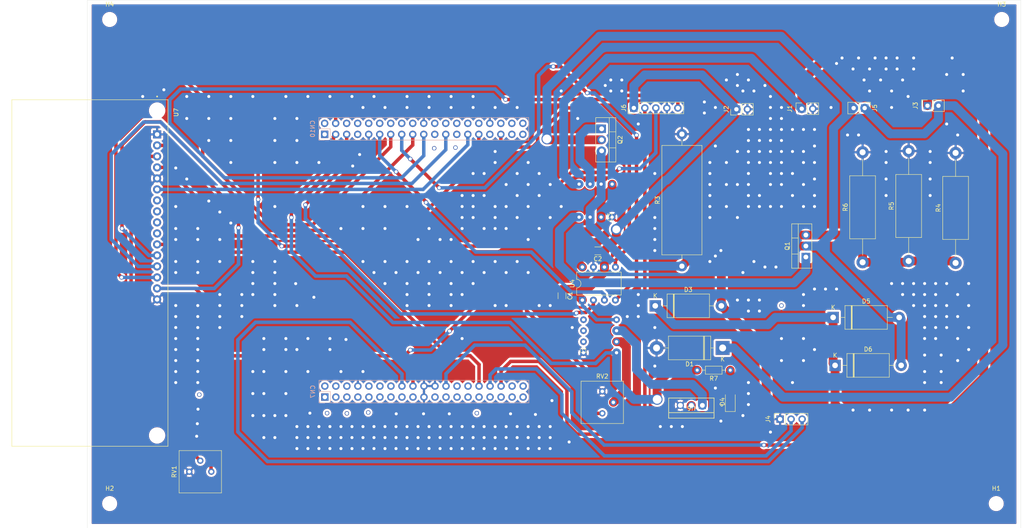
<source format=kicad_pcb>
(kicad_pcb (version 20221018) (generator pcbnew)
  (layers (0 "F.Cu" signal) (31 "B.Cu" signal) (34 "B.Paste" user) (35 "F.Paste" user) (36 "B.SilkS" user "B.Silkscreen") (37 "F.SilkS" user "F.Silkscreen") (38 "B.Mask" user) (39 "F.Mask" user) (44 "Edge.Cuts" user))
  (property "CONFIGURATIONPARAMETERS" "")
  (property "CONFIGURATORNAME" "")
  (property "DOCUMENTNUMBER" "MB1136")
  (property "ISUSERCONFIGURABLE" "")
  (property "PROJECT" "NUCLEO-XXXXRX")
  (property "SHEETTOTAL" "5")
  (property "VERSIONCONTROL_PROJFOLDERREVNUMBER" "")
  (property "VERSIONCONTROL_REVNUMBER" "")
  (net 0 "")
  (net 1 "/BOOT0")
  (net 2 "GND")
  (net 3 "/Vin")
  (net 4 "/PA9")
  (net 5 "/PC7")
  (net 6 "/PB6")
  (net 7 "/PA7")
  (net 8 "/PA6")
  (net 9 "/PA5")
  (net 10 "/PC1")
  (net 11 "/PC0")
  (net 12 "/Vsupply")
  (net 13 "/PD2")
  (net 15 "/PC10")
  (net 16 "/PC11")
  (net 17 "/PC12")
  (net 20 "/IOREF")
  (net 21 "/PA13")
  (net 22 "/PA14")
  (net 23 "/PA15")
  (net 24 "/PB7")
  (net 25 "/PC13")
  (net 26 "/PC14")
  (net 28 "/PC15")
  (net 29 "/PA0")
  (net 30 "/RESET")
  (net 31 "/PA1")
  (net 32 "/VCC")
  (net 33 "/PA4")
  (net 34 "/PB0")
  (net 35 "/PC2")
  (net 36 "/PC3")
  (net 37 "/PA3")
  (net 38 "/PA2")
  (net 39 "/PA10")
  (net 40 "/PB3")
  (net 41 "/PB5")
  (net 42 "/PB4")
  (net 43 "/PB10")
  (net 44 "/PA8")
  (net 45 "/PC9")
  (net 46 "/PC8")
  (net 47 "/PC6")
  (net 48 "/PC5")
  (net 49 "/PA12")
  (net 50 "/PA11")
  (net 51 "/PB12")
  (net 52 "/PB11")
  (net 53 "/PB2")
  (net 54 "/PB1")
  (net 55 "/PC4")
  (net 56 "/PD0")
  (net 57 "/PD1")
  (net 58 "/IP+")
  (net 59 "Net-(D4-A)")
  (net 60 "/IP-")
  (net 61 "Net-(Q1-B)")
  (net 62 "Net-(Q1-E)")
  (net 63 "Net-(Q2-B)")
  (net 64 "/LCD3")
  (net 65 "/V+")
  (net 70 "/PB8")
  (net 71 "/PB9")
  (net 73 "/PB15")
  (net 74 "/PB14")
  (net 75 "/PB13")
  (net 78 "Net-(U1B--)")
  (net 82 "/gate")
  (footprint "Package_TO_SOT_THT:TO-220-3_Vertical" (layer "F.Cu") (at 176.97 58.26 -90)
    (fp_text reference "Q2")
    (fp_text value "TIP41C")
  )
  (footprint "MountingHole:MountingHole_2.5mm" (layer "F.Cu") (at 63.5 33.02)
    (fp_text reference "H4")
    (fp_text value "MountingHole")
  )
  (footprint "Capacitor_SMD:C_1206_3216Metric" (layer "F.Cu") (at 167.825 96.8 -90)
    (fp_text reference "C1")
    (fp_text value "1u")
  )
  (footprint "Connector_PinSocket_2.54mm:PinSocket_1x03_P2.54mm_Vertical" (layer "F.Cu") (at 218.12 125.28 90)
    (fp_text reference "J4")
    (fp_text value "Conn_01x03")
  )
  (footprint "Potentiometer_THT:Potentiometer_Bourns_3386P_Vertical" (layer "F.Cu") (at 86.9442 137.414 90)
    (fp_text reference "RV1")
    (fp_text value "R_Potentiometer")
  )
  (footprint "MountingHole:MountingHole_2.5mm" (layer "F.Cu") (at 63.5 144.78)
    (fp_text reference "H2")
    (fp_text value "MountingHole")
  )
  (footprint "Connector_PinSocket_2.54mm:PinSocket_1x02_P2.54mm_Vertical" (layer "F.Cu") (at 223.125 53.625 90)
    (fp_text reference "J1")
    (fp_text value "Conn_01x02")
  )
  (footprint "Resistor_THT:R_Axial_DIN0614_L14.3mm_D5.7mm_P25.40mm_Horizontal" (layer "F.Cu") (at 247.775 88.775 90)
    (fp_text reference "R5")
    (fp_text value "0.2")
  )
  (footprint "MountingHole:MountingHole_2.5mm" (layer "F.Cu") (at 269.24 33.02)
    (fp_text reference "H3")
    (fp_text value "MountingHole")
  )
  (footprint "Resistor_THT:R_Axial_DIN0614_L14.3mm_D5.7mm_P25.40mm_Horizontal" (layer "F.Cu") (at 258.6 89.225 90)
    (fp_text reference "R4")
    (fp_text value "0.2")
  )
  (footprint "LED_SMD:LED_1206_3216Metric" (layer "F.Cu") (at 206.64 121.24 90)
    (fp_text reference "D4")
    (fp_text value "LED")
  )
  (footprint "Connector_PinSocket_2.54mm:PinSocket_1x02_P2.54mm_Vertical" (layer "F.Cu") (at 252.11 52.925 90)
    (fp_text reference "J3")
    (fp_text value "Conn_01x02")
  )
  (footprint "Diode_THT:D_DO-201_P15.24mm_Horizontal" (layer "F.Cu") (at 189.33 99.125)
    (fp_text reference "D3")
    (fp_text value "1N53xxB")
  )
  (footprint "Connector_PinHeader_2.54mm:PinHeader_1x02_P2.54mm_Vertical" (layer "F.Cu") (at 208.05 53.75 90)
    (fp_text reference "J2")
    (fp_text value "Conn_01x02")
  )
  (footprint "Resistor_THT:R_Axial_DIN0204_L3.6mm_D1.6mm_P7.62mm_Horizontal" (layer "F.Cu") (at 206.63 113.98 180)
    (fp_text reference "R7")
    (fp_text value "R")
  )
  (footprint "Resistor_THT:R_Axial_DIN0614_L14.3mm_D5.7mm_P25.40mm_Horizontal" (layer "F.Cu") (at 237.15 89.075 90)
    (fp_text reference "R6")
    (fp_text value "0.2")
  )
  (footprint "Package_TO_SOT_THT:TO-220-3_Vertical" (layer "F.Cu") (at 224.07 87.86 90)
    (fp_text reference "Q1")
    (fp_text value "TIP41C")
  )
  (footprint "MountingHole:MountingHole_2.5mm" (layer "F.Cu") (at 267.97 144.78)
    (fp_text reference "H1")
    (fp_text value "MountingHole")
  )
  (footprint "Connector_PinHeader_2.54mm:PinHeader_1x05_P2.54mm_Vertical" (layer "F.Cu") (at 184.39 53.45 90)
    (fp_text reference "J6")
    (fp_text value "Conn_01x05")
  )
  (footprint "Package_DIP:DIP-8_W7.62mm" (layer "F.Cu") (at 172.525 97.8 90)
    (fp_text reference "U4")
    (fp_text value "MCP4921-EP")
  )
  (footprint "Resistor_THT:R_Axial_Power_L25.0mm_W9.0mm_P30.48mm" (layer "F.Cu") (at 195.4804 89.9668 90)
    (fp_text reference "R3")
    (fp_text value "0.1")
  )
  (footprint "ZENER:PG-TO220-3_INF" (layer "F.Cu") (at 200.2 122.11 180)
    (fp_text reference "U6")
    (fp_text value "IRLZ44NPBF")
  )
  (footprint "LCD:MODULE_LCD-16X2" (layer "F.Cu") (at 58.9404 91.548 -90)
    (fp_text reference "U7")
    (fp_text value "LCD-16X2")
  )
  (footprint "Diode_THT:D_DO-201AD_P15.24mm_Horizontal" (layer "F.Cu") (at 204.87 108.85 180)
    (fp_text reference "D1")
    (fp_text value "1N5822")
  )
  (footprint "TS912:TLV_bb" (layer "F.Cu") (at 172.78 109.95)
    (fp_text reference "U1")
    (fp_text value "TS912")
  )
  (footprint "Potentiometer_THT:Potentiometer_Bourns_3386P_Vertical" (layer "F.Cu") (at 177.125 123.95)
    (fp_text reference "RV2")
    (fp_text value "R_Potentiometer")
  )
  (footprint "Capacitor_SMD:C_1206_3216Metric" (layer "F.Cu") (at 176.08 86.44 180)
    (fp_text reference "C2")
    (fp_text value "1u")
  )
  (footprint "Diode_THT:D_DO-201_P15.24mm_Horizontal" (layer "F.Cu") (at 230.805 112.875)
    (fp_text reference "D6")
    (fp_text value "1N53xxB")
  )
  (footprint "Connector_PinHeader_2.54mm:PinHeader_1x02_P2.54mm_Vertical" (layer "F.Cu") (at 237.625 53.475 -90)
    (fp_text reference "J5")
    (fp_text value "Conn_01x02")
  )
  (footprint "Diode_THT:D_DO-201_P15.24mm_Horizontal" (layer "F.Cu") (at 230.355 101.8)
    (fp_text reference "D5")
    (fp_text value "1N53xxB")
  )
  (footprint "TS912:TLV_bb" (layer "F.Cu") (at 179.39 78.65 90)
    (fp_text reference "U3")
    (fp_text value "TS912")
  )
  (footprint "Connector_PinSocket_2.54mm:PinSocket_2x19_P2.54mm_Vertical" (layer "B.Cu") (at 113.0808 59.5376 -90)
    (fp_text reference "CN10")
    (fp_text value "Header 19X2")
  )
  (footprint "Connector_PinSocket_2.54mm:PinSocket_2x19_P2.54mm_Vertical" (layer "B.Cu") (at 113.1316 120.1928 -90)
    (fp_text reference "CN7")
    (fp_text value "Vsupply")
  )
  (gr_rect (start 58.3692 28.5496) (end 273.6088 150.4696) (stroke (width 0.05)) (fill none) (layer "Edge.Cuts"))
  (gr_text "CURRENT_CTRL\n" (at 76.8096 33.4772) (layer "F.Cu") (effects (font (size 1.5 1.5) (thickness 0.3) bold) (justify left bottom)))
  (gr_text "HARISH\nANUJ\nMAYANK\nVANSH" (at 98.2472 39.9288) (layer "F.Cu") (effects (font (size 1.5 1.5) (thickness 0.3) bold) (justify left bottom)))
  (via (at 118.2116 123.952) (size 1) (drill 0.7) (layers "F.Cu" "B.Cu") (net 0))
  (via (at 218.44 99.06) (size 1) (drill 0.7) (layers "F.Cu" "B.Cu") (net 0))
  (via (at 123.1392 123.7488) (size 1) (drill 0.7) (layers "F.Cu" "B.Cu") (net 0))
  (via (at 143.25 62.6) (size 1) (drill 0.7) (layers "F.Cu" "B.Cu") (net 0))
  (via (at 148.1836 123.9012) (size 1) (drill 0.7) (layers "F.Cu" "B.Cu") (net 0))
  (via (at 138.35 62.75) (size 1) (drill 0.7) (layers "F.Cu" "B.Cu") (net 0))
  (via (at 113.6396 123.9012) (size 1) (drill 0.7) (layers "F.Cu" "B.Cu") (net 0))
  (via (at 84.1756 119.634) (size 1) (drill 0.7) (layers "F.Cu" "B.Cu") (net 0))
  (via (at 78.74 76.2) (size 1) (drill 0.7) (layers "F.Cu" "B.Cu") (net 2))
  (via (at 226.06 62.23) (size 1) (drill 0.7) (layers "F.Cu" "B.Cu") (net 2))
  (via (at 226.06 95.25) (size 1) (drill 0.7) (layers "F.Cu" "B.Cu") (net 2))
  (via (at 261.62 99.06) (size 1) (drill 0.7) (layers "F.Cu" "B.Cu") (net 2))
  (via (at 223.52 63.5) (size 1) (drill 0.7) (layers "F.Cu" "B.Cu") (net 2))
  (via (at 109.22 106.68) (size 1) (drill 0.7) (layers "F.Cu" "B.Cu") (net 2))
  (via (at 204.47 86.36) (size 1) (drill 0.7) (layers "F.Cu" "B.Cu") (net 2))
  (via (at 254 104.14) (size 1) (drill 0.7) (layers "F.Cu" "B.Cu") (net 2))
  (via (at 215.9 60.96) (size 1) (drill 0.7) (layers "F.Cu" "B.Cu") (net 2))
  (via (at 96.52 124.46) (size 1) (drill 0.7) (layers "F.Cu" "B.Cu") (net 2))
  (via (at 240.03 41.91) (size 1) (drill 0.7) (layers "F.Cu" "B.Cu") (net 2))
  (via (at 220.98 58.42) (size 1) (drill 0.7) (layers "F.Cu" "B.Cu") (net 2))
  (via (at 203.2 87.63) (size 1) (drill 0.7) (layers "F.Cu" "B.Cu") (net 2))
  (via (at 252.73 63.5) (size 1) (drill 0.7) (layers "F.Cu" "B.Cu") (net 2))
  (via (at 109.22 114.3) (size 1) (drill 0.7) (layers "F.Cu" "B.Cu") (net 2))
  (via (at 104.14 119.38) (size 1) (drill 0.7) (layers "F.Cu" "B.Cu") (net 2))
  (via (at 116.84 129.54) (size 1) (drill 0.7) (layers "F.Cu" "B.Cu") (net 2))
  (via (at 147.32 68.58) (size 1) (drill 0.7) (layers "F.Cu" "B.Cu") (net 2))
  (via (at 259.08 59.69) (size 1) (drill 0.7) (layers "F.Cu" "B.Cu") (net 2))
  (via (at 215.9 50.8) (size 1) (drill 0.7) (layers "F.Cu" "B.Cu") (net 2))
  (via (at 203.2 62.23) (size 1) (drill 0.7) (layers "F.Cu" "B.Cu") (net 2))
  (via (at 88.9 99.06) (size 1) (drill 0.7) (layers "F.Cu" "B.Cu") (net 2))
  (via (at 233.68 59.69) (size 1) (drill 0.7) (layers "F.Cu" "B.Cu") (net 2))
  (via (at 96.52 96.52) (size 1) (drill 0.7) (layers "F.Cu" "B.Cu") (net 2))
  (via (at 165.1 78.74) (size 1) (drill 0.7) (layers "F.Cu" "B.Cu") (net 2))
  (via (at 157.48 78.74) (size 1) (drill 0.7) (layers "F.Cu" "B.Cu") (net 2))
  (via (at 189.23 81.28) (size 1) (drill 0.7) (layers "F.Cu" "B.Cu") (net 2))
  (via (at 160.02 71.12) (size 1) (drill 0.7) (layers "F.Cu" "B.Cu") (net 2))
  (via (at 160.02 127) (size 1) (drill 0.7) (layers "F.Cu" "B.Cu") (net 2))
  (via (at 254 101.6) (size 1) (drill 0.7) (layers "F.Cu" "B.Cu") (net 2))
  (via (at 106.68 66.04) (size 1) (drill 0.7) (layers "F.Cu" "B.Cu") (net 2))
  (via (at 248.92 41.91) (size 1) (drill 0.7) (layers "F.Cu" "B.Cu") (net 2))
  (via (at 248.92 93.98) (size 1) (drill 0.7) (layers "F.Cu" "B.Cu") (net 2))
  (via (at 121.92 132.08) (size 1) (drill 0.7) (layers "F.Cu" "B.Cu") (net 2))
  (via (at 132.08 129.54) (size 1) (drill 0.7) (layers "F.Cu" "B.Cu") (net 2))
  (via (at 88.9 101.6) (size 1) (drill 0.7) (layers "F.Cu" "B.Cu") (net 2))
  (via (at 78.74 114.3) (size 1) (drill 0.7) (layers "F.Cu" "B.Cu") (net 2))
  (via (at 200.66 54.61) (size 1) (drill 0.7) (layers "F.Cu" "B.Cu") (net 2))
  (via (at 83.82 101.6) (size 1) (drill 0.7) (layers "F.Cu" "B.Cu") (net 2))
  (via (at 226.06 69.85) (size 1) (drill 0.7) (layers "F.Cu" "B.Cu") (net 2))
  (via (at 147.32 127) (size 1) (drill 0.7) (layers "F.Cu" "B.Cu") (net 2))
  (via (at 255.27 110.49) (size 1) (drill 0.7) (layers "F.Cu" "B.Cu") (net 2))
  (via (at 215.9 63.5) (size 1) (drill 0.7) (layers "F.Cu" "B.Cu") (net 2))
  (via (at 127 129.54) (size 1) (drill 0.7) (layers "F.Cu" "B.Cu") (net 2))
  (via (at 127 53.34) (size 1) (drill 0.7) (layers "F.Cu" "B.Cu") (net 2))
  (via (at 142.24 88.9) (size 1) (drill 0.7) (layers "F.Cu" "B.Cu") (net 2))
  (via (at 252.73 69.85) (size 1) (drill 0.7) (layers "F.Cu" "B.Cu") (net 2))
  (via (at 101.6 96.52) (size 1) (drill 0.7) (layers "F.Cu" "B.Cu") (net 2))
  (via (at 261.62 93.98) (size 1) (drill 0.7) (layers "F.Cu" "B.Cu") (net 2))
  (via (at 251.46 106.68) (size 1) (drill 0.7) (layers "F.Cu" "B.Cu") (net 2))
  (via (at 129.54 129.54) (size 1) (drill 0.7) (layers "F.Cu" "B.Cu") (net 2))
  (via (at 104.14 50.8) (size 1) (drill 0.7) (layers "F.Cu" "B.Cu") (net 2))
  (via (at 99.06 106.68) (size 1) (drill 0.7) (layers "F.Cu" "B.Cu") (net 2))
  (via (at 201.93 78.74) (size 1) (drill 0.7) (layers "F.Cu" "B.Cu") (net 2))
  (via (at 101.6 99.06) (size 1) (drill 0.7) (layers "F.Cu" "B.Cu") (net 2))
  (via (at 218.44 111.76) (size 1) (drill 0.7) (layers "F.Cu" "B.Cu") (net 2))
  (via (at 141.8336 124.0536) (size 1) (drill 0.7) (layers "F.Cu" "B.Cu") (net 2))
  (via (at 147.32 93.98) (size 1) (drill 0.7) (layers "F.Cu" "B.Cu") (net 2))
  (via (at 127 88.9) (size 1) (drill 0.7) (layers "F.Cu" "B.Cu") (net 2))
  (via (at 228.6 95.25) (size 1) (drill 0.7) (layers "F.Cu" "B.Cu") (net 2))
  (via (at 101.6 93.98) (size 1) (drill 0.7) (layers "F.Cu" "B.Cu") (net 2))
  (via (at 83.7184 126.3396) (size 1) (drill 0.7) (layers "F.Cu" "B.Cu") (net 2))
  (via (at 214.63 48.26) (size 1) (drill 0.7) (layers "F.Cu" "B.Cu") (net 2))
  (via (at 223.52 111.76) (size 1) (drill 0.7) (layers "F.Cu" "B.Cu") (net 2))
  (via (at 99.06 109.22) (size 1) (drill 0.7) (layers "F.Cu" "B.Cu") (net 2))
  (via (at 127 132.08) (size 1) (drill 0.7) (layers "F.Cu" "B.Cu") (net 2))
  (via (at 218.44 76.2) (size 1) (drill 0.7) (layers "F.Cu" "B.Cu") (net 2))
  (via (at 242.57 44.45) (size 1) (drill 0.7) (layers "F.Cu" "B.Cu") (net 2))
  (via (at 129.54 91.44) (size 1) (drill 0.7) (layers "F.Cu" "B.Cu") (net 2))
  (via (at 162.56 99.06) (size 1) (drill 0.7) (layers "F.Cu" "B.Cu") (net 2))
  (via (at 111.76 66.04) (size 1) (drill 0.7) (layers "F.Cu" "B.Cu") (net 2))
  (via (at 182.88 101.6) (size 1) (drill 0.7) (layers "F.Cu" "B.Cu") (net 2))
  (via (at 165.1 129.54) (size 1) (drill 0.7) (layers "F.Cu" "B.Cu") (net 2))
  (via (at 96.52 50.8) (size 1) (drill 0.7) (layers "F.Cu" "B.Cu") (net 2))
  (via (at 101.6 66.04) (size 1) (drill 0.7) (layers "F.Cu" "B.Cu") (net 2))
  (via (at 71.12 50.8) (size 1) (drill 0.7) (layers "F.Cu" "B.Cu") (net 2))
  (via (at 142.24 83.82) (size 1) (drill 0.7) (layers "F.Cu" "B.Cu") (net 2))
  (via (at 236.22 41.91) (size 1) (drill 0.7) (layers "F.Cu" "B.Cu") (net 2))
  (via (at 209.55 124.46) (size 1) (drill 0.7) (layers "F.Cu" "B.Cu") (net 2))
  (via (at 154.94 81.28) (size 1) (drill 0.7) (layers "F.Cu" "B.Cu") (net 2))
  (via (at 137.16 127) (size 1) (drill 0.7) (layers "F.Cu" "B.Cu") (net 2))
  (via (at 139.7 132.08) (size 1) (drill 0.7) (layers "F.Cu" "B.Cu") (net 2))
  (via (at 83.566 129.2352) (size 1) (drill 0.7) (layers "F.Cu" "B.Cu") (net 2))
  (via (at 152.4 127) (size 1) (drill 0.7) (layers "F.Cu" "B.Cu") (net 2))
  (via (at 260.35 49.53) (size 1) (drill 0.7) (layers "F.Cu" "B.Cu") (net 2))
  (via (at 139.7 127) (size 1) (drill 0.7) (layers "F.Cu" "B.Cu") (net 2))
  (via (at 218.44 55.88) (size 1) (drill 0.7) (layers "F.Cu" "B.Cu") (net 2))
  (via (at 154.94 71.12) (size 1) (drill 0.7) (layers "F.Cu" "B.Cu") (net 2))
  (via (at 241.3 46.99) (size 1) (drill 0.7) (layers "F.Cu" "B.Cu") (net 2))
  (via (at 124.46 50.8) (size 1) (drill 0.7) (layers "F.Cu" "B.Cu") (net 2))
  (via (at 104.14 114.3) (size 1) (drill 0.7) (layers "F.Cu" "B.Cu") (net 2))
  (via (at 165.5064 121.0056) (size 1) (drill 0.7) (layers "F.Cu" "B.Cu") (net 2))
  (via (at 110.6 97.15) (size 1) (drill 0.7) (layers "F.Cu" "B.Cu") (net 2))
  (via (at 109.22 132.08) (size 1) (drill 0.7) (layers "F.Cu" "B.Cu") (net 2))
  (via (at 121.92 76.2) (size 1) (drill 0.7) (layers "F.Cu" "B.Cu") (net 2))
  (via (at 251.46 110.49) (size 1) (drill 0.7) (layers "F.Cu" "B.Cu") (net 2))
  (via (at 132.08 53.34) (size 1) (drill 0.7) (layers "F.Cu" "B.Cu") (net 2))
  (via (at 242.57 41.91) (size 1) (drill 0.7) (layers "F.Cu" "B.Cu") (net 2))
  (via (at 205.74 71.12) (size 1) (drill 0.7) (layers "F.Cu" "B.Cu") (net 2))
  (via (at 213.36 60.96) (size 1) (drill 0.7) (layers "F.Cu" "B.Cu") (net 2))
  (via (at 137.16 93.98) (size 1) (drill 0.7) (layers "F.Cu" "B.Cu") (net 2))
  (via (at 142.24 99.06) (size 1) (drill 0.7) (layers "F.Cu" "B.Cu") (net 2))
  (via (at 226.06 73.66) (size 1) (drill 0.7) (layers "F.Cu" "B.Cu") (net 2))
  (via (at 106.68 127) (size 1) (drill 0.7) (layers "F.Cu" "B.Cu") (net 2))
  (via (at 165.1 127) (size 1) (drill 0.7) (layers "F.Cu" "B.Cu") (net 2))
  (via (at 106.68 99.06) (size 1) (drill 0.7) (layers "F.Cu" "B.Cu") (net 2))
  (via (at 81.28 50.8) (size 1) (drill 0.7) (layers "F.Cu" "B.Cu") (net 2))
  (via (at 213.36 100.33) (size 1) (drill 0.7) (layers "F.Cu" "B.Cu") (net 2))
  (via (at 137.16 50.8) (size 1) (drill 0.7) (layers "F.Cu" "B.Cu") (net 2))
  (via (at 218.44 68.58) (size 1) (drill 0.7) (layers "F.Cu" "B.Cu") (net 2))
  (via (at 251.46 99.06) (size 1) (drill 0.7) (layers "F.Cu" "B.Cu") (net 2))
  (via (at 256.54 99.06) (size 1) (drill 0.7) (layers "F.Cu" "B.Cu") (net 2))
  (via (at 134.62 127) (size 1) (drill 0.7) (layers "F.Cu" "B.Cu") (net 2))
  (via (at 255.27 116.84) (size 1) (drill 0.7) (layers "F.Cu" "B.Cu") (net 2))
  (via (at 157.48 68.58) (size 1) (drill 0.7) (layers "F.Cu" "B.Cu") (net 2))
  (via (at 218.44 53.34) (size 1) (drill 0.7) (layers "F.Cu" "B.Cu") (net 2))
  (via (at 101.6 76.2) (size 1) (drill 0.7) (layers "F.Cu" "B.Cu") (net 2))
  (via (at 119.38 132.08) (size 1) (drill 0.7) (layers "F.Cu" "B.Cu") (net 2))
  (via (at 78.74 88.9) (size 1) (drill 0.7) (layers "F.Cu" "B.Cu") (net 2))
  (via (at 106.68 60.96) (size 1) (drill 0.7) (layers "F.Cu" "B.Cu") (net 2))
  (via (at 160.02 129.54) (size 1) (drill 0.7) (layers "F.Cu" "B.Cu") (net 2))
  (via (at 81.28 55.88) (size 1) (drill 0.7) (layers "F.Cu" "B.Cu") (net 2))
  (via (at 137.16 53.34) (size 1) (drill 0.7) (layers "F.Cu" "B.Cu") (net 2))
  (via (at 121.92 88.9) (size 1) (drill 0.7) (layers "F.Cu" "B.Cu") (net 2))
  (via (at 127 127) (size 1) (drill 0.7) (layers "F.Cu" "B.Cu") (net 2))
  (via (at 152.4 53.34) (size 1) (drill 0.7) (layers "F.Cu" "B.Cu") (net 2))
  (via (at 231.14 43.18) (size 1) (drill 0.7) (layers "F.Cu" "B.Cu") (net 2))
  (via (at 201.93 71.12) (size 1) (drill 0.7) (layers "F.Cu" "B.Cu") (net 2))
  (via (at 111.76 132.08) (size 1) (drill 0.7) (layers "F.Cu" "B.Cu") (net 2))
  (via (at 251.46 96.52) (size 1) (drill 0.7) (layers "F.Cu" "B.Cu") (net 2))
  (via (at 147.32 76.2) (size 1) (drill 0.7) (layers "F.Cu" "B.Cu") (net 2))
  (via (at 152.4 88.9) (size 1) (drill 0.7) (layers "F.Cu" "B.Cu") (net 2))
  (via (at 223.52 106.68) (size 1) (drill 0.7) (layers "F.Cu" "B.Cu") (net 2))
  (via (at 127 93.98) (size 1) (drill 0.7) (layers "F.Cu" "B.Cu") (net 2))
  (via (at 229.87 53.34) (size 1) (drill 0.7) (layers "F.Cu" "B.Cu") (net 2))
  (via (at 101.6 60.96) (size 1) (drill 0.7) (layers "F.Cu" "B.Cu") (net 2))
  (via (at 218.44 58.42) (size 1) (drill 0.7) (layers "F.Cu" "B.Cu") (net 2))
  (via (at 190.5 127) (size 1) (drill 0.7) (layers "F.Cu" "B.Cu") (net 2))
  (via (at 139.7 91.44) (size 1) (drill 0.7) (layers "F.Cu" "B.Cu") (net 2))
  (via (at 78.74 106.68) (size 1) (drill 0.7) (layers "F.Cu" "B.Cu") (net 2))
  (via (at 210.82 97.79) (size 1) (drill 0.7) (layers "F.Cu" "B.Cu") (net 2))
  (via (at 205.74 76.2) (size 1) (drill 0.7) (layers "F.Cu" "B.Cu") (net 2))
  (via (at 226.06 76.2) (size 1) (drill 0.7) (layers "F.Cu" "B.Cu") (net 2))
  (via (at 149.86 129.54) (size 1) (drill 0.7) (layers "F.Cu" "B.Cu") (net 2))
  (via (at 78.74 91.44) (size 1) (drill 0.7) (layers "F.Cu" "B.Cu") (net 2))
  (via (at 152.4 81.28) (size 1) (drill 0.7) (layers "F.Cu" "B.Cu") (net 2))
  (via (at 189.23 86.36) (size 1) (drill 0.7) (layers "F.Cu" "B.Cu") (net 2))
  (via (at 213.36 73.66) (size 1) (drill 0.7) (layers "F.Cu" "B.Cu") (net 2))
  (via (at 246.38 93.98) (size 1) (drill 0.7) (layers "F.Cu" "B.Cu") (net 2))
  (via (at 132.08 50.8) (size 1) (drill 0.7) (layers "F.Cu" "B.Cu") (net 2))
  (via (at 167.64 49.53) (size 1) (drill 0.7) (layers "F.Cu" "B.Cu") (net 2))
  (via (at 246.38 96.52) (size 1) (drill 0.7) (layers "F.Cu" "B.Cu") (net 2))
  (via (at 205.74 66.04) (size 1) (drill 0.7) (layers "F.Cu" "B.Cu") (net 2))
  (via (at 157.48 53.34) (size 1) (drill 0.7) (layers "F.Cu" "B.Cu") (net 2))
  (via (at 210.82 68.58) (size 1) (drill 0.7) (layers "F.Cu" "B.Cu") (net 2))
  (via (at 104.14 106.68) (size 1) (drill 0.7) (layers "F.Cu" "B.Cu") (net 2))
  (via (at 201.93 76.2) (size 1) (drill 0.7) (layers "F.Cu" "B.Cu") (net 2))
  (via (at 218.44 66.04) (size 1) (drill 0.7) (layers "F.Cu" "B.Cu") (net 2))
  (via (at 251.46 93.98) (size 1) (drill 0.7) (layers "F.Cu" "B.Cu") (net 2))
  (via (at 101.6 124.46) (size 1) (drill 0.7) (layers "F.Cu" "B.Cu") (net 2))
  (via (at 142.24 93.98) (size 1) (drill 0.7) (layers "F.Cu" "B.Cu") (net 2))
  (via (at 132.08 93.98) (size 1) (drill 0.7) (layers "F.Cu" "B.Cu") (net 2))
  (via (at 242.57 69.85) (size 1) (drill 0.7) (layers "F.Cu" "B.Cu") (net 2))
  (via (at 215.9 58.42) (size 1) (drill 0.7) (layers "F.Cu" "B.Cu") (net 2))
  (via (at 203.2 53.34) (size 1) (drill 0.7) (layers "F.Cu" "B.Cu") (net 2))
  (via (at 144.78 96.52) (size 1) (drill 0.7) (layers "F.Cu" "B.Cu") (net 2))
  (via (at 83.82 91.44) (size 1) (drill 0.7) (layers "F.Cu" "B.Cu") (net 2))
  (via (at 132.08 127) (size 1) (drill 0.7) (layers "F.Cu" "B.Cu") (net 2))
  (via (at 220.98 73.66) (size 1) (drill 0.7) (layers "F.Cu" "B.Cu") (net 2))
  (via (at 109.22 129.54) (size 1) (drill 0.7) (layers "F.Cu" "B.Cu") (net 2))
  (via (at 213.36 76.2) (size 1) (drill 0.7) (layers "F.Cu" "B.Cu") (net 2))
  (via (at 134.62 129.54) (size 1) (drill 0.7) (layers "F.Cu" "B.Cu") (net 2))
  (via (at 114.3 132.08) (size 1) (drill 0.7) (layers "F.Cu" "B.Cu") (net 2))
  (via (at 99.06 119.38) (size 1) (drill 0.7) (layers "F.Cu" "B.Cu") (net 2))
  (via (at 78.74 81.28) (size 1) (drill 0.7) (layers "F.Cu" "B.Cu") (net 2))
  (via (at 210.82 119.38) (size 1) (drill 0.7) (layers "F.Cu" "B.Cu") (net 2))
  (via (at 114.3 127) (size 1) (drill 0.7) (layers "F.Cu" "B.Cu") (net 2))
  (via (at 83.82 104.14) (size 1) (drill 0.7) (layers "F.Cu" "B.Cu") (net 2))
  (via (at 86.36 55.88) (size 1) (drill 0.7) (layers "F.Cu" "B.Cu") (net 2))
  (via (at 119.38 50.8) (size 1) (drill 0.7) (layers "F.Cu" "B.Cu") (net 2))
  (via (at 118 106.9) (size 1) (drill 0.7) (layers "F.Cu" "B.Cu") (net 2))
  (via (at 144.78 106.68) (size 1) (drill 0.7) (layers "F.Cu" "B.Cu") (net 2))
  (via (at 223.52 99.06) (size 1) (drill 0.7) (layers "F.Cu" "B.Cu") (net 2))
  (via (at 210.82 121.92) (size 1) (drill 0.7) (layers "F.Cu" "B.Cu") (net 2))
  (via (at 78.74 101.6) (size 1) (drill 0.7) (layers "F.Cu" "B.Cu") (net 2))
  (via (at 193.04 127) (size 1) (drill 0.7) (layers "F.Cu" "B.Cu") (net 2))
  (via (at 101.6 91.44) (size 1) (drill 0.7) (layers "F.Cu" "B.Cu") (net 2))
  (via (at 242.57 73.66) (size 1) (drill 0.7) (layers "F.Cu" "B.Cu") (net 2))
  (via (at 134.62 83.82) (size 1) (drill 0.7) (layers "F.Cu" "B.Cu") (net 2))
  (via (at 170.18 104.14) (size 1) (drill 0.7) (layers "F.Cu" "B.Cu") (net 2))
  (via (at 256.54 101.6) (size 1) (drill 0.7) (layers "F.Cu" "B.Cu") (net 2))
  (via (at 134.62 132.08) (size 1) (drill 0.7) (layers "F.Cu" "B.Cu") (net 2))
  (via (at 106.68 129.54) (size 1) (drill 0.7) (layers "F.Cu" "B.Cu") (net 2))
  (via (at 147.32 129.54) (size 1) (drill 0.7) (layers "F.Cu" "B.Cu") (net 2))
  (via (at 248.92 99.06) (size 1) (drill 0.7) (layers "F.Cu" "B.Cu") (net 2))
  (via (at 142.24 129.54) (size 1) (drill 0.7) (layers "F.Cu" "B.Cu") (net 2))
  (via (at 238.76 123.19) (size 1) (drill 0.7) (layers "F.Cu" "B.Cu") (net 2))
  (via (at 232.41 41.91) (size 1) (drill 0.7) (layers "F.Cu" "B.Cu") (net 2))
  (via (at 243.84 123.19) (size 1) (drill 0.7) (layers "F.Cu" "B.Cu") (net 2))
  (via (at 251.46 123.19) (size 1) (drill 0.7) (layers "F.Cu" "B.Cu") (net 2))
  (via (at 195.58 127) (size 1) (drill 0.7) (layers "F.Cu" "B.Cu") (net 2))
  (via (at 210.82 60.96) (size 1) (drill 0.7) (layers "F.Cu" "B.Cu") (net 2))
  (via (at 88.9 83.82) (size 1) (drill 0.7) (layers "F.Cu" "B.Cu") (net 2))
  (via (at 226.06 58.42) (size 1) (drill 0.7) (layers "F.Cu" "B.Cu") (net 2))
  (via (at 139.7 83.82) (size 1) (drill 0.7) (layers "F.Cu" "B.Cu") (net 2))
  (via (at 111.76 127) (size 1) (drill 0.7) (layers "F.Cu" "B.Cu") (net 2))
  (via (at 129.54 127) (size 1) (drill 0.7) (layers "F.Cu" "B.Cu") (net 2))
  (via (at 83.82 114.3) (size 1) (drill 0.7) (layers "F.Cu" "B.Cu") (net 2))
  (via (at 147.32 132.08) (size 1) (drill 0.7) (layers "F.Cu" "B.Cu") (net 2))
  (via (at 189.23 104.14) (size 1) (drill 0.7) (layers "F.Cu" "B.Cu") (net 2))
  (via (at 154.94 91.44) (size 1) (drill 0.7) (layers "F.Cu" "B.Cu") (net 2))
  (via (at 201.93 73.66) (size 1) (drill 0.7) (layers "F.Cu" "B.Cu") (net 2))
  (via (at 134.62 91.44) (size 1) (drill 0.7) (layers "F.Cu" "B.Cu") (net 2))
  (via (at 162.56 132.08) (size 1) (drill 0.7) (layers "F.Cu" "B.Cu") (net 2))
  (via (at 177.8 48.26) (size 1) (drill 0.7) (layers "F.Cu" "B.Cu") (net 2))
  (via (at 116.84 81.28) (size 1) (drill 0.7) (layers "F.Cu" "B.Cu") (net 2))
  (via (at 210.82 66.04) (size 1) (drill 0.7) (layers "F.Cu" "B.Cu") (net 2))
  (via (at 167.64 76.2) (size 1) (drill 0.7) (layers "F.Cu" "B.Cu") (net 2))
  (via (at 189.23 68.58) (size 1) (drill 0.7) (layers "F.Cu" "B.Cu") (net 2))
  (via (at 144.78 132.08) (size 1) (drill 0.7) (layers "F.Cu" "B.Cu") (net 2))
  (via (at 96.52 93.98) (size 1) (drill 0.7) (layers "F.Cu" "B.Cu") (net 2))
  (via (at 154.94 132.08) (size 1) (drill 0.7) (layers "F.Cu" "B.Cu") (net 2))
  (via (at 88.9 96.52) (size 1) (drill 0.7) (layers "F.Cu" "B.Cu") (net 2))
  (via (at 114.3 129.54) (size 1) (drill 0.7) (layers "F.Cu" "B.Cu") (net 2))
  (via (at 259.08 101.6) (size 1) (drill 0.7) (layers "F.Cu" "B.Cu") (net 2))
  (via (at 137.16 99.06) (size 1) (drill 0.7) (layers "F.Cu" "B.Cu") (net 2))
  (via (at 83.82 81.28) (size 1) (drill 0.7) (layers "F.Cu" "B.Cu") (net 2))
  (via (at 160.02 91.44) (size 1) (drill 0.7) (layers "F.Cu" "B.Cu") (net 2))
  (via (at 260.35 45.72) (size 1) (drill 0.7) (layers "F.Cu" "B.Cu") (net 2))
  (via (at 129.5908 124.0536) (size 1) (drill 0.7) (layers "F.Cu" "B.Cu") (net 2))
  (via (at 83.8708 122.9868) (size 1) (drill 0.7) (layers "F.Cu" "B.Cu") (net 2))
  (via (at 251.46 101.6) (size 1) (drill 0.7) (layers "F.Cu" "B.Cu") (net 2))
  (via (at 242.57 66.04) (size 1) (drill 0.7) (layers "F.Cu" "B.Cu") (net 2))
  (via (at 238.76 44.45) (size 1) (drill 0.7) (layers "F.Cu" "B.Cu") (net 2))
  (via (at 137.16 132.08) (size 1) (drill 0.7) (layers "F.Cu" "B.Cu") (net 2))
  (via (at 147.32 73.66) (size 1) (drill 0.7) (layers "F.Cu" "B.Cu") (net 2))
  (via (at 114.3 109.22) (size 1) (drill 0.7) (layers "F.Cu" "B.Cu") (net 2))
  (via (at 223.52 96.52) (size 1) (drill 0.7) (layers "F.Cu" "B.Cu") (net 2))
  (via (at 155.956 124.0536) (size 1) (drill 0.7) (layers "F.Cu" "B.Cu") (net 2))
  (via (at 144.78 76.2) (size 1) (drill 0.7) (layers "F.Cu" "B.Cu") (net 2))
  (via (at 160.02 66.04) (size 1) (drill 0.7) (layers "F.Cu" "B.Cu") (net 2))
  (via (at 189.23 83.82) (size 1) (drill 0.7) (layers "F.Cu" "B.Cu") (net 2))
  (via (at 189.23 113.03) (size 1) (drill 0.7) (layers "F.Cu" "B.Cu") (net 2))
  (via (at 261.62 104.14) (size 1) (drill 0.7) (layers "F.Cu" "B.Cu") (net 2))
  (via (at 185.42 99.06) (size 1) (drill 0.7) (layers "F.Cu" "B.Cu") (net 2))
  (via (at 109.22 127) (size 1) (drill 0.7) (layers "F.Cu" "B.Cu") (net 2))
  (via (at 162.56 68.58) (size 1) (drill 0.7) (layers "F.Cu" "B.Cu") (net 2))
  (via (at 234.95 44.45) (size 1) (drill 0.7) (layers "F.Cu" "B.Cu") (net 2))
  (via (at 132.08 99.06) (size 1) (drill 0.7) (layers "F.Cu" "B.Cu") (net 2))
  (via (at 243.84 49.53) (size 1) (drill 0.7) (layers "F.Cu" "B.Cu") (net 2))
  (via (at 185.42 101.6) (size 1) (drill 0.7) (layers "F.Cu" "B.Cu") (net 2))
  (via (at 96.52 114.3) (size 1) (drill 0.7) (layers "F.Cu" "B.Cu") (net 2))
  (via (at 91.44 50.8) (size 1) (drill 0.7) (layers "F.Cu" "B.Cu") (net 2))
  (via (at 208.28 45.72) (size 1) (drill 0.7) (layers "F.Cu" "B.Cu") (net 2))
  (via (at 215.9 55.88) (size 1) (drill 0.7) (layers "F.Cu" "B.Cu") (net 2))
  (via (at 114.3 50.8) (size 1) (drill 0.7) (layers "F.Cu" "B.Cu") (net 2))
  (via (at 142.24 50.8) (size 1) (drill 0.7) (layers "F.Cu" "B.Cu") (net 2))
  (via (at 111.76 129.54) (size 1) (drill 0.7) (layers "F.Cu" "B.Cu") (net 2))
  (via (at 127 81.28) (size 1) (drill 0.7) (layers "F.Cu" "B.Cu") (net 2))
  (via (at 201.93 68.58) (size 1) (drill 0.7) (layers "F.Cu" "B.Cu") (net 2))
  (via (at 116.84 127) (size 1) (drill 0.7) (layers "F.Cu" "B.Cu") (net 2))
  (via (at 243.84 53.34) (size 1) (drill 0.7) (layers "F.Cu" "B.Cu") (net 2))
  (via (at 185.42 57.15) (size 1) (drill 0.7) (layers "F.Cu" "B.Cu") (net 2))
  (via (at 137.16 129.54) (size 1) (drill 0.7) (layers "F.Cu" "B.Cu") (net 2))
  (via (at 147.32 53.34) (size 1) (drill 0.7) (layers "F.Cu" "B.Cu") (net 2))
  (via (at 218.44 60.96) (size 1) (drill 0.7) (layers "F.Cu" "B.Cu") (net 2))
  (via (at 246.38 46.99) (size 1) (drill 0.7) (layers "F.Cu" "B.Cu") (net 2))
  (via (at 78.74 67.31) (size 1) (drill 0.7) (layers "F.Cu" "B.Cu") (net 2))
  (via (at 83.82 99.06) (size 1) (drill 0.7) (layers "F.Cu" "B.Cu") (net 2))
  (via (at 144.78 78.74) (size 1) (drill 0.7) (layers "F.Cu" "B.Cu") (net 2))
  (via (at 208.28 71.12) (size 1) (drill 0.7) (layers "F.Cu" "B.Cu") (net 2))
  (via (at 109.22 50.8) (size 1) (drill 0.7) (layers "F.Cu" "B.Cu") (net 2))
  (via (at 104.14 109.22) (size 1) (drill 0.7) (layers "F.Cu" "B.Cu") (net 2))
  (via (at 149.86 73.66) (size 1) (drill 0.7) (layers "F.Cu" "B.Cu") (net 2))
  (via (at 247.65 50.8) (size 1) (drill 0.7) (layers "F.Cu" "B.Cu") (net 2))
  (via (at 210.82 76.2) (size 1) (drill 0.7) (layers "F.Cu" "B.Cu") (net 2))
  (via (at 169.4688 130.556) (size 1) (drill 0.7) (layers "F.Cu" "B.Cu") (net 2))
  (via (at 171.45 55.88) (size 1) (drill 0.7) (layers "F.Cu" "B.Cu") (net 2))
  (via (at 132.08 76.2) (size 1) (drill 0.7) (layers "F.Cu" "B.Cu") (net 2))
  (via (at 245.11 41.91) (size 1) (drill 0.7) (layers "F.Cu" "B.Cu") (net 2))
  (via (at 213.36 97.79) (size 1) (drill 0.7) (layers "F.Cu" "B.Cu") (net 2))
  (via (at 254 93.98) (size 1) (drill 0.7) (layers "F.Cu" "B.Cu") (net 2))
  (via (at 223.52 76.2) (size 1) (drill 0.7) (layers "F.Cu" "B.Cu") (net 2))
  (via (at 162.56 73.66) (size 1) (drill 0.7) (layers "F.Cu" "B.Cu") (net 2))
  (via (at 259.08 96.52) (size 1) (drill 0.7) (layers "F.Cu" "B.Cu") (net 2))
  (via (at 210.82 46.99) (size 1) (drill 0.7) (layers "F.Cu" "B.Cu") (net 2))
  (via (at 152.4 132.08) (size 1) (drill 0.7) (layers "F.Cu" "B.Cu") (net 2))
  (via (at 210.82 100.33) (size 1) (drill 0.7) (layers "F.Cu" "B.Cu") (net 2))
  (via (at 83.82 109.22) (size 1) (drill 0.7) (layers "F.Cu" "B.Cu") (net 2))
  (via (at 91.44 55.88) (size 1) (drill 0.7) (layers "F.Cu" "B.Cu") (net 2))
  (via (at 142.24 53.34) (size 1) (drill 0.7) (layers "F.Cu" "B.Cu") (net 2))
  (via (at 101.6 88.9) (size 1) (drill 0.7) (layers "F.Cu" "B.Cu") (net 2))
  (via (at 144.78 73.66) (size 1) (drill 0.7) (layers "F.Cu" "B.Cu") (net 2))
  (via (at 96.52 119.38) (size 1) (drill 0.7) (layers "F.Cu" "B.Cu") (net 2))
  (via (at 149.86 81.28) (size 1) (drill 0.7) (layers "F.Cu" "B.Cu") (net 2))
  (via (at 252.73 73.66) (size 1) (drill 0.7) (layers "F.Cu" "B.Cu") (net 2))
  (via (at 201.93 66.04) (size 1) (drill 0.7) (layers "F.Cu" "B.Cu") (net 2))
  (via (at 185.42 96.52) (size 1) (drill 0.7) (layers "F.Cu" "B.Cu") (net 2))
  (via (at 76 49.25) (size 1) (drill 0.7) (layers "F.Cu" "B.Cu") (net 2))
  (via (at 152.4 99.06) (size 1) (drill 0.7) (layers "F.Cu" "B.Cu") (net 2))
  (via (at 161.6964 124.206) (size 1) (drill 0.7) (layers "F.Cu" "B.Cu") (net 2))
  (via (at 213.36 66.04) (size 1) (drill 0.7) (layers "F.Cu" "B.Cu") (net 2))
  (via (at 254 106.68) (size 1) (drill 0.7) (layers "F.Cu" "B.Cu") (net 2))
  (via (at 154.94 99.06) (size 1) (drill 0.7) (layers "F.Cu" "B.Cu") (net 2))
  (via (at 119.38 127) (size 1) (drill 0.7) (layers "F.Cu" "B.Cu") (net 2))
  (via (at 109.6772 123.9012) (size 1) (drill 0.7) (layers "F.Cu" "B.Cu") (net 2))
  (via (at 215.9 76.2) (size 1) (drill 0.7) (layers "F.Cu" "B.Cu") (net 2))
  (via (at 223.52 58.42) (size 1) (drill 0.7) (layers "F.Cu" "B.Cu") (net 2))
  (via (at 78.74 99.06) (size 1) (drill 0.7) (layers "F.Cu" "B.Cu") (net 2))
  (via (at 218.44 71.12) (size 1) (drill 0.7) (layers "F.Cu" "B.Cu") (net 2))
  (via (at 236.22 59.69) (size 1) (drill 0.7) (layers "F.Cu" "B.Cu") (net 2))
  (via (at 254 99.06) (size 1) (drill 0.7) (layers "F.Cu" "B.Cu") (net 2))
  (via (at 215.9 128.27) (size 1) (drill 0.7) (layers "F.Cu" "B.Cu") (net 2))
  (via (at 237.49 46.99) (size 1) (drill 0.7) (layers "F.Cu" "B.Cu") (net 2))
  (via (at 203.2 118.11) (size 1) (drill 0.7) (layers "F.Cu" "B.Cu") (net 2))
  (via (at 254 96.52) (size 1) (drill 0.7) (layers "F.Cu" "B.Cu") (net 2))
  (via (at 179.07 46.99) (size 1) (drill 0.7) (layers "F.Cu" "B.Cu") (net 2))
  (via (at 256.54 57.15) (size 1) (drill 0.7) (layers "F.Cu" "B.Cu") (net 2))
  (via (at 106.68 132.08) (size 1) (drill 0.7) (layers "F.Cu" "B.Cu") (net 2))
  (via (at 119.38 129.54) (size 1) (drill 0.7) (layers "F.Cu" "B.Cu") (net 2))
  (via (at 152.4 78.74) (size 1) (drill 0.7) (layers "F.Cu" "B.Cu") (net 2))
  (via (at 83.82 83.82) (size 1) (drill 0.7) (layers "F.Cu" "B.Cu") (net 2))
  (via (at 152.4 63.5) (size 1) (drill 0.7) (layers "F.Cu" "B.Cu") (net 2))
  (via (at 257.81 41.91) (size 1) (drill 0.7) (layers "F.Cu" "B.Cu") (net 2))
  (via (at 93.98 101.6) (size 1) (drill 0.7) (layers "F.Cu" "B.Cu") (net 2))
  (via (at 147.32 78.74) (size 1) (drill 0.7) (layers "F.Cu" "B.Cu") (net 2))
  (via (at 212.09 88.9) (size 1) (drill 0.7) (layers "F.Cu" "B.Cu") (net 2))
  (via (at 152.4 129.54) (size 1) (drill 0.7) (layers "F.Cu" "B.Cu") (net 2))
  (via (at 208.28 97.79) (size 1) (drill 0.7) (layers "F.Cu" "B.Cu") (net 2))
  (via (at 91.44 80.01) (size 1) (drill 0.7) (layers "F.Cu" "B.Cu") (net 2))
  (via (at 144.78 81.28) (size 1) (drill 0.7) (layers "F.Cu" "B.Cu") (net 2))
  (via (at 147.32 50.8) (size 1) (drill 0.7) (layers "F.Cu" "B.Cu") (net 2))
  (via (at 149.86 127) (size 1) (drill 0.7) (layers "F.Cu" "B.Cu") (net 2))
  (via (at 243.84 93.98) (size 1) (drill 0.7) (layers "F.Cu" "B.Cu") (net 2))
  (via (at 124.46 91.44) (size 1) (drill 0.7) (layers "F.Cu" "B.Cu") (net 2))
  (via (at 160.02 132.08) (size 1) (drill 0.7) (layers "F.Cu" "B.Cu") (net 2))
  (via (at 121.92 53.34) (size 1) (drill 0.7) (layers "F.Cu" "B.Cu") (net 2))
  (via (at 149.86 91.44) (size 1) (drill 0.7) (layers "F.Cu" "B.Cu") (net 2))
  (via (at 78.74 83.82) (size 1) (drill 0.7) (layers "F.Cu" "B.Cu") (net 2))
  (via (at 121.92 127) (size 1) (drill 0.7) (layers "F.Cu" "B.Cu") (net 2))
  (via (at 83.82 88.9) (size 1) (drill 0.7) (layers "F.Cu" "B.Cu") (net 2))
  (via (at 210.82 58.42) (size 1) (drill 0.7) (layers "F.Cu" "B.Cu") (net 2))
  (via (at 137.16 96.52) (size 1) (drill 0.7) (layers "F.Cu" "B.Cu") (net 2))
  (via (at 256.54 93.98) (size 1) (drill 0.7) (layers "F.Cu" "B.Cu") (net 2))
  (via (at 142.24 132.08) (size 1) (drill 0.7) (layers "F.Cu" "B.Cu") (net 2))
  (via (at 119.55 66.85) (size 1) (drill 0.7) (layers "F.Cu" "B.Cu") (net 2))
  (via (at 209.55 91.44) (size 1) (drill 0.7) (layers "F.Cu" "B.Cu") (net 2))
  (via (at 231.14 95.25) (size 1) (drill 0.7) (layers "F.Cu" "B.Cu") (net 2))
  (via (at 209.55 49.53) (size 1) (drill 0.7) (layers "F.Cu" "B.Cu") (net 2))
  (via (at 86.36 50.8) (size 1) (drill 0.7) (layers "F.Cu" "B.Cu") (net 2))
  (via (at 256.54 45.72) (size 1) (drill 0.7) (layers "F.Cu" "B.Cu") (net 2))
  (via (at 226.06 109.22) (size 1) (drill 0.7) (layers "F.Cu" "B.Cu") (net 2))
  (via (at 212.09 49.53) (size 1) (drill 0.7) (layers "F.Cu" "B.Cu") (net 2))
  (via (at 204.47 125.73) (size 1) (drill 0.7) (layers "F.Cu" "B.Cu") (net 2))
  (via (at 78.74 109.22) (size 1) (drill 0.7) (layers "F.Cu" "B.Cu") (net 2))
  (via (at 149.86 132.08) (size 1) (drill 0.7) (layers "F.Cu" "B.Cu") (net 2))
  (via (at 137.16 88.9) (size 1) (drill 0.7) (layers "F.Cu" "B.Cu") (net 2))
  (via (at 215.9 71.12) (size 1) (drill 0.7) (layers "F.Cu" "B.Cu") (net 2))
  (via (at 165.1 132.08) (size 1) (drill 0.7) (layers "F.Cu" "B.Cu") (net 2))
  (via (at 124.46 127) (size 1) (drill 0.7) (layers "F.Cu" "B.Cu") (net 2))
  (via (at 121.92 81.28) (size 1) (drill 0.7) (layers "F.Cu" "B.Cu") (net 2))
  (via (at 81.28 69.85) (size 1) (drill 0.7) (layers "F.Cu" "B.Cu") (net 2))
  (via (at 261.62 109.22) (size 1) (drill 0.7) (layers "F.Cu" "B.Cu") (net 2))
  (via (at 83.82 111.76) (size 1) (drill 0.7) (layers "F.Cu" "B.Cu") (net 2))
  (via (at 124.46 129.54) (size 1) (drill 0.7) (layers "F.Cu" "B.Cu") (net 2))
  (via (at 114.3 106.68) (size 1) (drill 0.7) (layers "F.Cu" "B.Cu") (net 2))
  (via (at 205.74 46.99) (size 1) (drill 0.7) (layers "F.Cu" "B.Cu") (net 2))
  (via (at 106.68 55.88) (size 1) (drill 0.7) (layers "F.Cu" "B.Cu") (net 2))
  (via (at 251.46 116.84) (size 1) (drill 0.7) (layers "F.Cu" "B.Cu") (net 2))
  (via (at 86.36 60.96) (size 1) (drill 0.7) (layers "F.Cu" "B.Cu") (net 2))
  (via (at 93.98 96.52) (size 1) (drill 0.7) (layers "F.Cu" "B.Cu") (net 2))
  (via (at 121.15 64.2) (size 1) (drill 0.7) (layers "F.Cu" "B.Cu") (net 2))
  (via (at 121.92 129.54) (size 1) (drill 0.7) (layers "F.Cu" "B.Cu") (net 2))
  (via (at 213.36 58.42) (size 1) (drill 0.7) (layers "F.Cu" "B.Cu") (net 2))
  (via (at 129.54 132.08) (size 1) (drill 0.7) (layers "F.Cu" "B.Cu") (net 2))
  (via (at 154.94 129.54) (size 1) (drill 0.7) (layers "F.Cu" "B.Cu") (net 2))
  (via (at 238.76 49.53) (size 1) (drill 0.7) (layers "F.Cu" "B.Cu") (net 2))
  (via (at 220.98 63.5) (size 1) (drill 0.7) (layers "F.Cu" "B.Cu") (net 2))
  (via (at 101.6 55.88) (size 1) (drill 0.7) (layers "F.Cu" "B.Cu") (net 2))
  (via (at 154.94 127) (size 1) (drill 0.7) (layers "F.Cu" "B.Cu") (net 2))
  (via (at 88.9 104.14) (size 1) (drill 0.7) (layers "F.Cu" "B.Cu") (net 2))
  (via (at 201.93 88.9) (size 1) (drill 0.7) (layers "F.Cu" "B.Cu") (net 2))
  (via (at 139.7 129.54) (size 1) (drill 0.7) (layers "F.Cu" "B.Cu") (net 2))
  (via (at 248.92 96.52) (size 1) (drill 0.7) (layers "F.Cu" "B.Cu") (net 2))
  (via (at 210.82 71.12) (size 1) (drill 0.7) (layers "F.Cu" "B.Cu") (net 2))
  (via (at 259.08 106.68) (size 1) (drill 0.7) (layers "F.Cu" "B.Cu") (net 2))
  (via (at 242.57 63.5) (size 1) (drill 0.7) (layers "F.Cu" "B.Cu") (net 2))
  (via (at 152.4 66.04) (size 1) (drill 0.7) (layers "F.Cu" "B.Cu") (net 2))
  (via (at 88.9 88.9) (size 1) (drill 0.7) (layers "F.Cu" "B.Cu") (net 2))
  (via (at 99.06 129.54) (size 1) (drill 0.7) (layers "F.Cu" "B.Cu") (net 2))
  (via (at 147.32 88.9) (size 1) (drill 0.7) (layers "F.Cu" "B.Cu") (net 2))
  (via (at 135.89 124.0536) (size 1) (drill 0.7) (layers "F.Cu" "B.Cu") (net 2))
  (via (at 144.78 129.54) (size 1) (drill 0.7) (layers "F.Cu" "B.Cu") (net 2))
  (via (at 162.56 81.28) (size 1) (drill 0.7) (layers "F.Cu" "B.Cu") (net 2))
  (via (at 220.98 116.84) (size 1) (drill 0.7) (layers "F.Cu" "B.Cu") (net 2))
  (via (at 142.24 96.52) (size 1) (drill 0.7) (layers "F.Cu" "B.Cu") (net 2))
  (via (at 217.17 90.17) (size 1) (drill 0.7) (layers "F.Cu" "B.Cu") (net 2))
  (via (at 256.54 104.14) (size 1) (drill 0.7) (layers "F.Cu" "B.Cu") (net 2))
  (via (at 106.4 94) (size 1) (drill 0.7) (layers "F.Cu" "B.Cu") (net 2))
  (via (at 101.6 129.54) (size 1) (drill 0.7) (layers "F.Cu" "B.Cu") (net 2))
  (via (at 88.9 77.47) (size 1) (drill 0.7) (layers "F.Cu" "B.Cu") (net 2))
  (via (at 214.63 90.17) (size 1) (drill 0.7) (layers "F.Cu" "B.Cu") (net 2))
  (via (at 189.23 78.74) (size 1) (drill 0.7) (layers "F.Cu" "B.Cu") (net 2))
  (via (at 83.82 116.84) (size 1) (drill 0.7) (layers "F.Cu" "B.Cu") (net 2))
  (via (at 210.82 63.5) (size 1) (drill 0.7) (layers "F.Cu" "B.Cu") (net 2))
  (via (at 106.68 109.22) (size 1) (drill 0.7) (layers "F.Cu" "B.Cu") (net 2))
  (via (at 213.36 63.5) (size 1) (drill 0.7) (layers "F.Cu" "B.Cu") (net 2))
  (via (at 144.78 127) (size 1) (drill 0.7) (layers "F.Cu" "B.Cu") (net 2))
  (via (at 127 76.2) (size 1) (drill 0.7) (layers "F.Cu" "B.Cu") (net 2))
  (via (at 208.28 63.5) (size 1) (drill 0.7) (layers "F.Cu" "B.Cu") (net 2))
  (via (at 248.92 44.45) (size 1) (drill 0.7) (layers "F.Cu" "B.Cu") (net 2))
  (via (at 78.74 116.84) (size 1) (drill 0.7) (layers "F.Cu" "B.Cu") (net 2))
  (via (at 223.52 71.12) (size 1) (drill 0.7) (layers "F.Cu" "B.Cu") (net 2))
  (via (at 142.24 127) (size 1) (drill 0.7) (layers "F.Cu" "B.Cu") (net 2))
  (via (at 165.1 99.06) (size 1) (drill 0.7) (layers "F.Cu" "B.Cu") (net 2))
  (via (at 96.52 88.9) (size 1) (drill 0.7) (layers "F.Cu" "B.Cu") (net 2))
  (via (at 157.48 88.9) (size 1) (drill 0.7) (layers "F.Cu" "B.Cu") (net 2))
  (via (at 157.48 127) (size 1) (drill 0.7) (layers "F.Cu" "B.Cu") (net 2))
  (via (at 208.28 78.74) (size 1) (drill 0.7) (layers "F.Cu" "B.Cu") (net 2))
  (via (at 157.48 132.08) (size 1) (drill 0.7) (layers "F.Cu" "B.Cu") (net 2))
  (via (at 160.02 76.2) (size 1) (drill 0.7) (layers "F.Cu" "B.Cu") (net 2))
  (via (at 255.27 114.3) (size 1) (drill 0.7) (layers "F.Cu" "B.Cu") (net 2))
  (via (at 124.46 132.08) (size 1) (drill 0.7) (layers "F.Cu" "B.Cu") (net 2))
  (via (at 208.28 48.26) (size 1) (drill 0.7) (layers "F.Cu" "B.Cu") (net 2))
  (via (at 181.61 49.53) (size 1) (drill 0.7) (layers "F.Cu" "B.Cu") (net 2))
  (via (at 152.4 76.2) (size 1) (drill 0.7) (layers "F.Cu" "B.Cu") (net 2))
  (via (at 99.06 114.3) (size 1) (drill 0.7) (layers "F.Cu" "B.Cu") (net 2))
  (via (at 121.92 114.3) (size 1) (drill 0.7) (layers "F.Cu" "B.Cu") (net 2))
  (via (at 251.46 114.3) (size 1) (drill 0.7) (layers "F.Cu" "B.Cu") (net 2))
  (via (at 247.65 123.19) (size 1) (drill 0.7) (layers "F.Cu" "B.Cu") (net 2))
  (via (at 162.56 129.54) (size 1) (drill 0.7) (layers "F.Cu" "B.Cu") (net 2))
  (via (at 86.36 74.93) (size 1) (drill 0.7) (layers "F.Cu" "B.Cu") (net 2))
  (via (at 78.74 111.76) (size 1) (drill 0.7) (layers "F.Cu" "B.Cu") (net 2))
  (via (at 218.44 106.68) (size 1) (drill 0.7) (layers "F.Cu" "B.Cu") (net 2))
  (via (at 132.08 132.08) (size 1) (drill 0.7) (layers "F.Cu" "B.Cu") (net 2))
  (via (at 210.82 116.84) (size 1) (drill 0.7) (layers "F.Cu" "B.Cu") (net 2))
  (via (at 91.44 60.96) (size 1) (drill 0.7) (layers "F.Cu" "B.Cu") (net 2))
  (via (at 215.9 53.34) (size 1) (drill 0.7) (layers "F.Cu" "B.Cu") (net 2))
  (via (at 132.08 88.9) (size 1) (drill 0.7) (layers "F.Cu" "B.Cu") (net 2))
  (via (at 245.11 44.45) (size 1) (drill 0.7) (layers "F.Cu" "B.Cu") (net 2))
  (via (at 154.94 76.2) (size 1) (drill 0.7) (layers "F.Cu" "B.Cu") (net 2))
  (via (at 252.73 66.04) (size 1) (drill 0.7) (layers "F.Cu" "B.Cu") (net 2))
  (via (at 157.48 129.54) (size 1) (drill 0.7) (layers "F.Cu" "B.Cu") (net 2))
  (via (at 223.52 66.04) (size 1) (drill 0.7) (layers "F.Cu" "B.Cu") (net 2))
  (via (at 218.44 63.5) (size 1) (drill 0.7) (layers "F.Cu" "B.Cu") (net 2))
  (via (at 251.46 104.14) (size 1) (drill 0.7) (layers "F.Cu" "B.Cu") (net 2))
  (via (at 149.86 68.58) (size 1) (drill 0.7) (layers "F.Cu" "B.Cu") (net 2))
  (via (at 116.84 132.08) (size 1) (drill 0.7) (layers "F.Cu" "B.Cu") (net 2))
  (via (at 200.66 52.07) (size 1) (drill 0.7) (layers "F.Cu" "B.Cu") (net 2))
  (via (at 93.98 99.06) (size 1) (drill 0.7) (layers "F.Cu" "B.Cu") (net 2))
  (via (at 144.78 91.44) (size 1) (drill 0.7) (layers "F.Cu" "B.Cu") (net 2))
  (via (at 96.52 91.44) (size 1) (drill 0.7) (layers "F.Cu" "B.Cu") (net 2))
  (via (at 234.95 123.19) (size 1) (drill 0.7) (layers "F.Cu" "B.Cu") (net 2))
  (via (at 78.74 104.14) (size 1) (drill 0.7) (layers "F.Cu" "B.Cu") (net 2))
  (via (at 157.48 73.66) (size 1) (drill 0.7) (layers "F.Cu" "B.Cu") (net 2))
  (via (at 181.61 46.99) (size 1) (drill 0.7) (layers "F.Cu" "B.Cu") (net 2))
  (via (at 83.82 106.68) (size 1) (drill 0.7) (layers "F.Cu" "B.Cu") (net 2))
  (via (at 179.07 49.53) (size 1) (drill 0.7) (layers "F.Cu" "B.Cu") (net 2))
  (via (at 116.84 114.3) (size 1) (drill 0.7) (layers "F.Cu" "B.Cu") (net 2))
  (via (at 220.98 68.58) (size 1) (drill 0.7) (layers "F.Cu" "B.Cu") (net 2))
  (via (at 259.08 111.76) (size 1) (drill 0.7) (layers "F.Cu" "B.Cu") (net 2))
  (via (at 137.16 81.28) (size 1) (drill 0.7) (layers "F.Cu" "B.Cu") (net 2))
  (via (at 210.82 73.66) (size 1) (drill 0.7) (layers "F.Cu" "B.Cu") (net 2))
  (via (at 104.14 124.46) (size 1) (drill 0.7) (layers "F.Cu" "B.Cu") (net 2))
  (via (at 160.02 83.82) (size 1) (drill 0.7) (layers "F.Cu" "B.Cu") (net 2))
  (via (at 226.06 66.04) (size 1) (drill 0.7) (layers "F.Cu" "B.Cu") (net 2))
  (via (at 215.9 68.58) (size 1) (drill 0.7) (layers "F.Cu" "B.Cu") (net 2))
  (via (at 91.44 66.04) (size 1) (drill 0.7) (layers "F.Cu" "B.Cu") (net 2))
  (via (at 162.56 127) (size 1) (drill 0.7) (layers "F.Cu" "B.Cu") (net 2))
  (via (at 132.08 96.52) (size 1) (drill 0.7) (layers "F.Cu" "B.Cu") (net 2))
  (via (at 165.1 71.12) (size 1) (drill 0.7) (layers "F.Cu" "B.Cu") (net 2))
  (via (at 215.9 66.04) (size 1) (drill 0.7) (layers "F.Cu" "B.Cu") (net 2))
  (via (at 99.06 124.46) (size 1) (drill 0.7) (layers "F.Cu" "B.Cu") (net 2))
  (segment (start 252.125 52.103362) (end 252.125 41.25) (width 2.03286) (layer "F.Cu") (net 3))
  (segment (start 214.376 131.2672) (end 225.7552 131.2672) (width 0.8) (layer "F.Cu") (net 3))
  (segment (start 254.175 126.55) (end 265.1 115.625) (width 2.03286) (layer "F.Cu") (net 3))
  (segment (start 235.458337 126.55) (end 234.159169 125.250831) (width 2.03286) (layer "F.Cu") (net 3))
  (segment (start 254.325 39.05) (end 252.125 41.25) (width 2.03286) (layer "F.Cu") (net 3))
  (segment (start 252.125 41.25) (end 252.125 38.8) (width 2.03286) (layer "F.Cu") (net 3))
  (segment (start 252.11 52.925) (end 252.11 52.118362) (width 2.03286) (layer "F.Cu") (net 3))
  (segment (start 265.1 115.625) (end 265.1 42.575) (width 2.03286) (layer "F.Cu") (net 3))
  (segment (start 231.949369 125.073031) (end 231.949369 123.041031) (width 0.8) (layer "F.Cu") (net 3))
  (segment (start 252.125 38.8) (end 249.975 38.8) (width 2.03286) (layer "F.Cu") (net 3))
  (segment (start 232.965369 124.057031) (end 231.949369 123.041031) (width 2.03286) (layer "F.Cu") (net 3))
  (segment (start 254.175 126.55) (end 235.458337 126.55) (width 2.03286) (layer "F.Cu") (net 3))
  (segment (start 230.355 112.425) (end 230.805 112.875) (width 2.03286) (layer "F.Cu") (net 3))
  (segment (start 254.325 38.8) (end 254.325 39.05) (width 2.03286) (layer "F.Cu") (net 3))
  (segment (start 261.325 38.8) (end 254.325 38.8) (width 2.03286) (layer "F.Cu") (net 3))
  (segment (start 231.949369 123.041031) (end 230.805 121.896663) (width 2.03286) (layer "F.Cu") (net 3))
  (segment (start 252.11 52.118362) (end 252.125 52.103362) (width 2.03286) (layer "F.Cu") (net 3))
  (segment (start 231.625 38.8) (end 223.125 47.3) (width 2.03286) (layer "F.Cu") (net 3))
  (segment (start 249.975 38.8) (end 231.625 38.8) (width 2.03286) (layer "F.Cu") (net 3))
  (segment (start 231.771569 125.250831) (end 234.159169 125.250831) (width 0.8) (layer "F.Cu") (net 3))
  (segment (start 225.7552 131.2672) (end 231.6734 125.349) (width 0.8) (layer "F.Cu") (net 3))
  (segment (start 231.6734 125.349) (end 231.771569 125.250831) (width 0.8) (layer "F.Cu") (net 3))
  (segment (start 254.325 38.8) (end 252.125 38.8) (width 2.03286) (layer "F.Cu") (net 3))
  (segment (start 249.975 39.1) (end 252.125 41.25) (width 2.03286) (layer "F.Cu") (net 3))
  (segment (start 265.1 42.575) (end 261.325 38.8) (width 2.03286) (layer "F.Cu") (net 3))
  (segment (start 249.975 38.8) (end 249.975 39.1) (width 2.03286) (layer "F.Cu") (net 3))
  (segment (start 223.125 47.3) (end 223.125 53.625) (width 2.03286) (layer "F.Cu") (net 3))
  (segment (start 231.6734 125.349) (end 231.949369 125.073031) (width 0.8) (layer "F.Cu") (net 3))
  (segment (start 234.159169 125.250831) (end 232.965369 124.057031) (width 2.03286) (layer "F.Cu") (net 3))
  (segment (start 231.6734 125.349) (end 232.965369 124.057031) (width 0.8) (layer "F.Cu") (net 3))
  (segment (start 230.355 101.8) (end 230.355 112.425) (width 2.03286) (layer "F.Cu") (net 3))
  (segment (start 230.805 121.896663) (end 230.805 112.875) (width 2.03286) (layer "F.Cu") (net 3))
  (via (at 214.376 131.2672) (size 1) (drill 0.7) (layers "F.Cu" "B.Cu") (net 3))
  (segment (start 215.33 103.475) (end 217.005 101.8) (width 2.03286) (layer "B.Cu") (net 3))
  (segment (start 147.6756 108.204) (end 159.299122 108.204) (width 0.8) (layer "B.Cu") (net 3))
  (segment (start 178.27 41.98) (end 211.48 41.98) (width 2.03286) (layer "B.Cu") (net 3))
  (segment (start 215.33 103.475) (end 193.68 103.475) (width 2.03286) (layer "B.Cu") (net 3))
  (segment (start 168.21 52.04) (end 178.27 41.98) (width 2.03286) (layer "B.Cu") (net 3))
  (segment (start 217.005 101.8) (end 230.355 101.8) (width 2.03286) (layer "B.Cu") (net 3))
  (segment (start 168.21 68.89) (end 168.21 52.04) (width 2.03286) (layer "B.Cu") (net 3))
  (segment (start 141.0716 117.6528) (end 141.0716 114.808) (width 0.8) (layer "B.Cu") (net 3))
  (segment (start 211.48 41.98) (end 223.125 53.625) (width 2.03286) (layer "B.Cu") (net 3))
  (segment (start 159.299122 108.204) (end 170.0784 118.983278) (width 0.8) (layer "B.Cu") (net 3))
  (segment (start 193.68 103.475) (end 189.33 99.125) (width 2.03286) (layer "B.Cu") (net 3))
  (segment (start 141.0716 114.808) (end 147.6756 108.204) (width 0.8) (layer "B.Cu") (net 3))
  (segment (start 170.0784 123.7996) (end 175.768 129.4892) (width 0.8) (layer "B.Cu") (net 3))
  (segment (start 170.0784 118.983278) (end 170.0784 123.7996) (width 0.8) (layer "B.Cu") (net 3))
  (segment (start 175.768 129.4892) (end 177.546 131.2672) (width 0.8) (layer "B.Cu") (net 3))
  (segment (start 177.546 131.2672) (end 214.376 131.2672) (width 0.8) (layer "B.Cu") (net 3))
  (segment (start 171.77 71.03) (end 170.35 71.03) (width 2.03286) (layer "B.Cu") (net 3))
  (segment (start 170.35 71.03) (end 168.21 68.89) (width 2.03286) (layer "B.Cu") (net 3))
  (segment (start 154.81 51.5) (end 181.619899 51.5) (width 0.8) (layer "F.Cu") (net 5))
  (segment (start 182.573899 50.546) (end 193.294 50.546) (width 0.8) (layer "F.Cu") (net 5))
  (segment (start 181.619899 51.5) (end 182.573899 50.546) (width 0.8) (layer "F.Cu") (net 5))
  (segment (start 193.294 50.546) (end 194.55 51.802) (width 0.8) (layer "F.Cu") (net 5))
  (segment (start 194.55 51.802) (end 194.55 53.45) (width 0.8) (layer "F.Cu") (net 5))
  (via (at 154.81 51.5) (size 1) (drill 0.7) (layers "F.Cu" "B.Cu") (net 5))
  (segment (start 79.8576 49.0728) (end 152.3828 49.0728) (width 0.8) (layer "B.Cu") (net 5))
  (segment (start 130.834 69.566) (end 89.976478 69.566) (width 0.8) (layer "B.Cu") (net 5))
  (segment (start 89.976478 69.566) (end 77.3684 56.957922) (width 0.8) (layer "B.Cu") (net 5))
  (segment (start 77.3684 51.562) (end 79.8576 49.0728) (width 0.8) (layer "B.Cu") (net 5))
  (segment (start 135.9408 59.5376) (end 135.9408 64.4592) (width 0.8) (layer "B.Cu") (net 5))
  (segment (start 77.3684 56.957922) (end 77.3684 51.562) (width 0.8) (layer "B.Cu") (net 5))
  (segment (start 135.9408 64.4592) (end 130.834 69.566) (width 0.8) (layer "B.Cu") (net 5))
  (segment (start 152.3828 49.0728) (end 154.81 51.5) (width 0.8) (layer "B.Cu") (net 5))
  (segment (start 100.2572 81.7072) (end 75.2 56.65) (width 0.8) (layer "F.Cu") (net 6))
  (segment (start 71.65 56.65) (end 66.3448 61.9552) (width 0.8) (layer "F.Cu") (net 6))
  (segment (start 66.3448 61.9552) (end 66.3448 81.28) (width 0.8) (layer "F.Cu") (net 6))
  (segment (start 133.4008 61.9992) (end 113.6928 81.7072) (width 0.8) (layer "F.Cu") (net 6))
  (segment (start 75.2 56.65) (end 71.65 56.65) (width 0.8) (layer "F.Cu") (net 6))
  (segment (start 113.6928 81.7072) (end 100.2572 81.7072) (width 0.8) (layer "F.Cu") (net 6))
  (segment (start 133.4008 59.5376) (end 133.4008 61.9992) (width 0.8) (layer "F.Cu") (net 6))
  (via (at 66.3448 81.28) (size 1) (drill 0.7) (layers "F.Cu" "B.Cu") (net 6))
  (segment (start 72.5528 87.488) (end 74.4404 87.488) (width 0.8) (layer "B.Cu") (net 6))
  (segment (start 66.3448 81.28) (end 72.5528 87.488) (width 0.8) (layer "B.Cu") (net 6))
  (segment (start 185.01 92.935) (end 180.145 97.8) (width 0.8) (layer "F.Cu") (net 7))
  (segment (start 185.01 59.71) (end 185.01 92.935) (width 0.8) (layer "F.Cu") (net 7))
  (segment (start 167.5384 43.8912) (end 173.6344 49.9872) (width 0.8) (layer "F.Cu") (net 7))
  (segment (start 132.8324 65.2176) (end 139.4968 71.882) (width 0.8) (layer "F.Cu") (net 7))
  (segment (start 165.8112 43.8912) (end 167.5384 43.8912) (width 0.8) (layer "F.Cu") (net 7))
  (via (at 132.8324 65.2176) (size 1) (drill 0.7) (layers "F.Cu" "B.Cu") (net 7))
  (via (at 185.01 59.71) (size 1) (drill 0.7) (layers "F.Cu" "B.Cu") (net 7))
  (via (at 139.4968 71.882) (size 1) (drill 0.7) (layers "F.Cu" "B.Cu") (net 7))
  (via (at 173.6344 49.9872) (size 1) (drill 0.7) (layers "F.Cu" "B.Cu") (net 7))
  (via (at 165.8112 43.8912) (size 1) (drill 0.7) (layers "F.Cu" "B.Cu") (net 7))
  (segment (start 150.01744 71.882) (end 139.4968 71.882) (width 0.8) (layer "B.Cu") (net 7))
  (segment (start 175.2872 49.9872) (end 185.01 59.71) (width 0.8) (layer "B.Cu") (net 7))
  (segment (start 132.8324 65.2176) (end 130.8608 63.246) (width 0.8) (layer "B.Cu") (net 7))
  (segment (start 162.43357 45.94803) (end 162.43357 59.46587) (width 0.8) (layer "B.Cu") (net 7))
  (segment (start 173.6344 49.9872) (end 175.2872 49.9872) (width 0.8) (layer "B.Cu") (net 7))
  (segment (start 164.4904 43.8912) (end 162.43357 45.94803) (width 0.8) (layer "B.Cu") (net 7))
  (segment (start 162.43357 59.46587) (end 150.01744 71.882) (width 0.8) (layer "B.Cu") (net 7))
  (segment (start 130.8608 63.246) (end 130.8608 59.5376) (width 0.8) (layer "B.Cu") (net 7))
  (segment (start 165.8112 43.8912) (end 164.4904 43.8912) (width 0.8) (layer "B.Cu") (net 7))
  (segment (start 128.3208 59.5376) (end 128.3208 62.4292) (width 0.8) (layer "F.Cu") (net 8))
  (segment (start 84.96 51.11) (end 80.1 46.25) (width 0.8) (layer "F.Cu") (net 8))
  (segment (start 110.3428 80.4072) (end 100.817678 80.4072) (width 0.8) (layer "F.Cu") (net 8))
  (segment (start 64.9448 91.2592) (end 66.2432 92.5576) (width 0.8) (layer "F.Cu") (net 8))
  (segment (start 64.9448 53.7552) (end 64.9448 91.2592) (width 0.8) (layer "F.Cu") (net 8))
  (segment (start 80.1 46.25) (end 72.45 46.25) (width 0.8) (layer "F.Cu") (net 8))
  (segment (start 84.96 64.549522) (end 84.96 51.11) (width 0.8) (layer "F.Cu") (net 8))
  (segment (start 100.817678 80.4072) (end 84.96 64.549522) (width 0.8) (layer "F.Cu") (net 8))
  (segment (start 128.3208 62.4292) (end 110.3428 80.4072) (width 0.8) (layer "F.Cu") (net 8))
  (segment (start 72.45 46.25) (end 64.9448 53.7552) (width 0.8) (layer "F.Cu") (net 8))
  (via (at 66.2432 92.5576) (size 1) (drill 0.7) (layers "F.Cu" "B.Cu") (net 8))
  (segment (start 66.2432 92.5576) (end 66.2536 92.568) (width 0.8) (layer "B.Cu") (net 8))
  (segment (start 66.2536 92.568) (end 74.4404 92.568) (width 0.8) (layer "B.Cu") (net 8))
  (segment (start 129.5582 68.166) (end 129.5582 68.1918) (width 0.8) (layer "F.Cu") (net 9))
  (segment (start 136.47485 75.10845) (end 136.47485 75.26085) (width 0.8) (layer "F.Cu") (net 9))
  (segment (start 129.5582 68.1918) (end 136.47485 75.10845) (width 0.8) (layer "F.Cu") (net 9))
  (via (at 129.5582 68.166) (size 1) (drill 0.7) (layers "F.Cu" "B.Cu") (net 9))
  (via (at 136.47485 75.26085) (size 1) (drill 0.7) (layers "F.Cu" "B.Cu") (net 9))
  (segment (start 176.98 95.95) (end 169.97 95.95) (width 0.8) (layer "B.Cu") (net 9))
  (segment (start 125.7808 64.4144) (end 125.7808 59.5376) (width 0.8) (layer "B.Cu") (net 9))
  (segment (start 169.97 95.95) (end 160.73 86.71) (width 0.8) (layer "B.Cu") (net 9))
  (segment (start 147.924 86.71) (end 160.73 86.71) (width 0.8) (layer "B.Cu") (net 9))
  (segment (start 177.605 97.8) (end 177.605 96.575) (width 0.8) (layer "B.Cu") (net 9))
  (segment (start 129.5582 68.166) (end 129.5324 68.166) (width 0.8) (layer "B.Cu") (net 9))
  (segment (start 136.47485 75.26085) (end 147.924 86.71) (width 0.8) (layer "B.Cu") (net 9))
  (segment (start 177.605 96.575) (end 176.98 95.95) (width 0.8) (layer "B.Cu") (net 9))
  (segment (start 129.5324 68.166) (end 125.7808 64.4144) (width 0.8) (layer "B.Cu") (net 9))
  (segment (start 86.8804 137.3502) (end 86.9442 137.414) (width 0.8) (layer "F.Cu") (net 12))
  (segment (start 130.5052 111.0208) (end 131.4984 112.014) (width 0.8) (layer "F.Cu") (net 12))
  (segment (start 86.8804 112.014) (end 86.8804 137.3502) (width 0.8) (layer "F.Cu") (net 12))
  (segment (start 159.2072 95.325) (end 159.6644 95.325) (width 0.8) (layer "F.Cu") (net 12))
  (segment (start 172.525 97.8) (end 170.05 95.325) (width 2.03286) (layer "F.Cu") (net 12))
  (segment (start 177.555 86.44) (end 180.350817 83.644183) (width 2.03286) (layer "F.Cu") (net 12))
  (segment (start 86.8804 109.3216) (end 86.8804 110.6932) (width 0.8) (layer "F.Cu") (net 12))
  (segment (start 173.0248 113.6396) (end 173.0248 122.2756) (width 0.8) (layer "F.Cu") (net 12))
  (segment (start 177.605 86.49) (end 177.555 86.44) (width 2.03286) (layer "F.Cu") (net 12))
  (segment (start 131.4984 110.6652) (end 132.842 109.3216) (width 0.8) (layer "F.Cu") (net 12))
  (segment (start 93.218 77.518) (end 93.218 81.1276) (width 0.8) (layer "F.Cu") (net 12))
  (segment (start 88.0364 110.4776) (end 86.8804 109.3216) (width 0.8) (layer "F.Cu") (net 12))
  (segment (start 130.5052 110.6652) (end 130.5052 111.0208) (width 0.8) (layer "F.Cu") (net 12))
  (segment (start 174.6992 123.95) (end 177.125 123.95) (width 0.8) (layer "F.Cu") (net 12))
  (segment (start 74.4404 62.088) (end 77.788 62.088) (width 0.8) (layer "F.Cu") (net 12))
  (segment (start 88.0364 110.6652) (end 88.0364 110.858) (width 0.8) (layer "F.Cu") (net 12))
  (segment (start 86.8804 98.7554) (end 86.8804 109.3216) (width 0.8) (layer "F.Cu") (net 12))
  (segment (start 170.05 95.325) (end 167.825 95.325) (width 2.03286) (layer "F.Cu") (net 12))
  (segment (start 131.4984 110.6652) (end 130.5052 110.6652) (width 0.8) (layer "F.Cu") (net 12))
  (segment (start 133.4516 113.9672) (end 131.4984 112.014) (width 0.8) (layer "F.Cu") (net 12))
  (segment (start 131.4984 112.014) (end 131.4984 110.6652) (width 0.8) (layer "F.Cu") (net 12))
  (segment (start 88.0364 110.6652) (end 86.9084 110.6652) (width 0.8) (layer "F.Cu") (net 12))
  (segment (start 159.6644 95.325) (end 159.6644 100.2792) (width 0.8) (layer "F.Cu") (net 12))
  (segment (start 74.4404 95.108) (end 75.769477 95.108) (width 0.8) (layer "F.Cu") (net 12))
  (segment (start 86.9084 110.6652) (end 86.8804 110.6932) (width 0.8) (layer "F.Cu") (net 12))
  (segment (start 177.605 91.31137) (end 173.59137 95.325) (width 2.03286) (layer "F.Cu") (net 12))
  (segment (start 133.4516 117.6528) (end 133.4516 113.9672) (width 0.8) (layer "F.Cu") (net 12))
  (segment (start 88.0364 110.6652) (end 88.0364 110.4776) (width 0.8) (layer "F.Cu") (net 12))
  (segment (start 159.6644 95.325) (end 167.825 95.325) (width 0.8) (layer "F.Cu") (net 12))
  (segment (start 77.788 62.088) (end 93.218 77.518) (width 0.8) (layer "F.Cu") (net 12))
  (segment (start 177.605 90.18) (end 177.605 91.31137) (width 2.03286) (layer "F.Cu") (net 12))
  (segment (start 130.5052 110.6652) (end 88.0364 110.6652) (width 0.8) (layer "F.Cu") (net 12))
  (segment (start 86.8804 110.6932) (end 86.8804 112.014) (width 0.8) (layer "F.Cu") (net 12))
  (segment (start 173.0248 122.2756) (end 174.6992 123.95) (width 0.8) (layer "F.Cu") (net 12))
  (segment (start 141.8844 104.9528) (end 151.5122 95.325) (width 0.8) (layer "F.Cu") (net 12))
  (segment (start 151.5122 95.325) (end 159.2072 95.325) (width 0.8) (layer "F.Cu") (net 12))
  (segment (start 88.0364 110.858) (end 86.8804 112.014) (width 0.8) (layer "F.Cu") (net 12))
  (segment (start 173.59137 95.325) (end 170.05 95.325) (width 2.03286) (layer "F.Cu") (net 12))
  (segment (start 180.350817 83.644183) (end 180.350817 81.478494) (width 2.03286) (layer "F.Cu") (net 12))
  (segment (start 83.225 95.1) (end 86.8804 98.7554) (width 0.8) (layer "F.Cu") (net 12))
  (segment (start 75.777477 95.1) (end 83.225 95.1) (width 0.8) (layer "F.Cu") (net 12))
  (segment (start 177.605 90.18) (end 177.605 86.49) (width 2.03286) (layer "F.Cu") (net 12))
  (segment (start 159.6644 100.2792) (end 173.0248 113.6396) (width 0.8) (layer "F.Cu") (net 12))
  (segment (start 75.769477 95.108) (end 75.777477 95.1) (width 0.8) (layer "F.Cu") (net 12))
  (via (at 93.218 81.1276) (size 1) (drill 0.7) (layers "F.Cu" "B.Cu") (net 12))
  (via (at 141.8844 104.9528) (size 1) (drill 0.7) (layers "F.Cu" "B.Cu") (net 12))
  (via (at 180.350817 81.478494) (size 2.5) (drill 1.8) (layers "F.Cu" "B.Cu") (net 12))
  (via (at 132.842 109.3216) (size 1) (drill 0.7) (layers "F.Cu" "B.Cu") (net 12))
  (segment (start 186.905233 45.81643) (end 200.11643 45.81643) (width 2.03286) (layer "B.Cu") (net 12))
  (segment (start 200.11643 45.81643) (end 208.05 53.75) (width 2.03286) (layer "B.Cu") (net 12))
  (segment (start 191.689311 70.14) (end 180.350817 81.478494) (width 2.03286) (layer "B.Cu") (net 12))
  (segment (start 191.93 70.14) (end 191.689311 70.14) (width 2.03286) (layer "B.Cu") (net 12))
  (segment (start 175.8 102.33) (end 172.525 99.055) (width 0.8) (layer "B.Cu") (net 12))
  (segment (start 172.525 99.055) (end 172.525 97.8) (width 0.8) (layer "B.Cu") (net 12))
  (segment (start 137.5156 109.3216) (end 141.8844 104.9528) (width 0.8) (layer "B.Cu") (net 12))
  (segment (start 93.218 89.5096) (end 87.6196 95.108) (width 0.8) (layer "B.Cu") (net 12))
  (segment (start 184.39 48.331663) (end 186.905233 45.81643) (width 2.03286) (layer "B.Cu") (net 12))
  (segment (start 132.842 109.3216) (end 137.5156 109.3216) (width 0.8) (layer "B.Cu") (net 12))
  (segment (start 93.218 81.1276) (end 93.218 89.5096) (width 0.8) (layer "B.Cu") (net 12))
  (segment (start 87.6196 95.108) (end 74.4404 95.108) (width 0.8) (layer "B.Cu") (net 12))
  (segment (start 184.39 53.45) (end 184.39 48.331663) (width 2.03286) (layer "B.Cu") (net 12))
  (segment (start 207.31 54.76) (end 191.93 70.14) (width 2.03286) (layer "B.Cu") (net 12))
  (segment (start 180.4 102.33) (end 175.8 102.33) (width 0.8) (layer "B.Cu") (net 12))
  (segment (start 117.784101 86.744) (end 78.4128 86.744) (width 0.8) (layer "F.Cu") (net 31))
  (segment (start 76.6168 84.948) (end 74.4404 84.948) (width 0.8) (layer "F.Cu") (net 31))
  (segment (start 78.4128 86.744) (end 76.6168 84.948) (width 0.8) (layer "F.Cu") (net 31))
  (segment (start 148.6916 117.6528) (end 148.6916 112.6916) (width 0.8) (layer "F.Cu") (net 31))
  (segment (start 141.660101 110.62) (end 117.784101 86.744) (width 0.8) (layer "F.Cu") (net 31))
  (segment (start 148.6916 112.6916) (end 146.62 110.62) (width 0.8) (layer "F.Cu") (net 31))
  (segment (start 146.62 110.62) (end 141.660101 110.62) (width 0.8) (layer "F.Cu") (net 31))
  (segment (start 223.25 125.33) (end 223.2 125.28) (width 0.8) (layer "F.Cu") (net 32))
  (segment (start 93.0656 106.9848) (end 93.0656 128.2192) (width 0.8) (layer "B.Cu") (net 32))
  (segment (start 130.9116 117.6528) (end 130.9116 117.764078) (width 0.8) (layer "B.Cu") (net 32))
  (segment (start 118.9708 102.9208) (end 97.1296 102.9208) (width 0.8) (layer "B.Cu") (net 32))
  (segment (start 99.9028 135.0564) (end 215.422478 135.0564) (width 0.8) (layer "B.Cu") (net 32))
  (segment (start 130.9116 117.764078) (end 130.6576 118.018078) (width 0.8) (layer "B.Cu") (net 32))
  (segment (start 130.9116 114.8616) (end 118.9708 102.9208) (width 0.8) (layer "B.Cu") (net 32))
  (segment (start 223.2 127.278878) (end 223.2 125.28) (width 0.8) (layer "B.Cu") (net 32))
  (segment (start 130.9116 117.6528) (end 130.9116 114.8616) (width 0.8) (layer "B.Cu") (net 32))
  (segment (start 215.422478 135.0564) (end 223.2 127.278878) (width 0.8) (layer "B.Cu") (net 32))
  (segment (start 97.1296 102.9208) (end 93.0656 106.9848) (width 0.8) (layer "B.Cu") (net 32))
  (segment (start 93.0656 128.2192) (end 99.9028 135.0564) (width 0.8) (layer "B.Cu") (net 32))
  (segment (start 152.6 113.7) (end 161.9092 113.7) (width 0.8) (layer "B.Cu") (net 33))
  (segment (start 151.2316 115.0684) (end 152.6 113.7) (width 0.8) (layer "B.Cu") (net 33))
  (segment (start 151.2316 117.6528) (end 151.2316 115.0684) (width 0.8) (layer "B.Cu") (net 33))
  (segment (start 167.7924 119.5832) (end 167.7924 123.952) (width 0.8) (layer "B.Cu") (net 33))
  (segment (start 177.5968 133.7564) (end 214.884 133.7564) (width 0.8) (layer "B.Cu") (net 33))
  (segment (start 167.7924 123.952) (end 177.5968 133.7564) (width 0.8) (layer "B.Cu") (net 33))
  (segment (start 220.66 127.9804) (end 220.66 125.28) (width 0.8) (layer "B.Cu") (net 33))
  (segment (start 214.884 133.7564) (end 220.66 127.9804) (width 0.8) (layer "B.Cu") (net 33))
  (segment (start 161.9092 113.7) (end 167.7924 119.5832) (width 0.8) (layer "B.Cu") (net 33))
  (segment (start 186.93 126.045) (end 186.93 53.45) (width 0.8) (layer "F.Cu") (net 34))
  (segment (start 162.496 111.95) (end 168.9608 118.4148) (width 0.8) (layer "F.Cu") (net 34))
  (segment (start 171.3204 128.75) (end 184.225 128.75) (width 0.8) (layer "F.Cu") (net 34))
  (segment (start 153.7716 114.1784) (end 156 111.95) (width 0.8) (layer "F.Cu") (net 34))
  (segment (start 168.9608 126.3904) (end 171.3204 128.75) (width 0.8) (layer "F.Cu") (net 34))
  (segment (start 168.9608 118.4148) (end 168.9608 126.3904) (width 0.8) (layer "F.Cu") (net 34))
  (segment (start 184.225 128.75) (end 186.93 126.045) (width 0.8) (layer "F.Cu") (net 34))
  (segment (start 156 111.95) (end 162.496 111.95) (width 0.8) (layer "F.Cu") (net 34))
  (segment (start 153.7716 117.6528) (end 153.7716 114.1784) (width 0.8) (layer "F.Cu") (net 34))
  (segment (start 162.2 61.32) (end 162.2 59.69944) (width 0.8) (layer "F.Cu") (net 39))
  (segment (start 183.35 60.53) (end 183.35 85.45) (width 0.8) (layer "F.Cu") (net 39))
  (segment (start 176.258478 53.438478) (end 183.35 60.53) (width 0.8) (layer "F.Cu") (net 39))
  (segment (start 168.460962 53.438478) (end 176.258478 53.438478) (width 0.8) (layer "F.Cu") (net 39))
  (segment (start 183.35 85.45) (end 180.145 88.655) (width 0.8) (layer "F.Cu") (net 39))
  (segment (start 153.7208 59.5376) (end 153.7208 61.2648) (width 0.8) (layer "F.Cu") (net 39))
  (segment (start 154.94 62.484) (end 161.036 62.484) (width 0.8) (layer "F.Cu") (net 39))
  (segment (start 180.145 88.655) (end 180.145 90.18) (width 0.8) (layer "F.Cu") (net 39))
  (segment (start 161.036 62.484) (end 162.2 61.32) (width 0.8) (layer "F.Cu") (net 39))
  (segment (start 162.2 59.69944) (end 168.460962 53.438478) (width 0.8) (layer "F.Cu") (net 39))
  (segment (start 153.7208 61.2648) (end 154.94 62.484) (width 0.8) (layer "F.Cu") (net 39))
  (segment (start 148.6408 59.5376) (end 148.6408 65.0748) (width 0.8) (layer "F.Cu") (net 41))
  (segment (start 76.618101 67.168) (end 74.4404 67.168) (width 0.8) (layer "F.Cu") (net 41))
  (segment (start 92.457301 83.0072) (end 76.618101 67.168) (width 0.8) (layer "F.Cu") (net 41))
  (segment (start 130.7084 83.0072) (end 92.457301 83.0072) (width 0.8) (layer "F.Cu") (net 41))
  (segment (start 148.6408 65.0748) (end 130.7084 83.0072) (width 0.8) (layer "F.Cu") (net 41))
  (segment (start 146.1008 59.5376) (end 146.1008 61.9492) (width 0.8) (layer "B.Cu") (net 42))
  (segment (start 146.1008 61.9492) (end 135.802 72.248) (width 0.8) (layer "B.Cu") (net 42))
  (segment (start 135.802 72.248) (end 74.4404 72.248) (width 0.8) (layer "B.Cu") (net 42))
  (segment (start 63.8556 83.7692) (end 70.1144 90.028) (width 0.8) (layer "B.Cu") (net 44))
  (segment (start 63.8556 64.1444) (end 63.8556 83.7692) (width 0.8) (layer "B.Cu") (net 44))
  (segment (start 71.3 56.7) (end 63.8556 64.1444) (width 0.8) (layer "B.Cu") (net 44))
  (segment (start 75.272 56.7) (end 71.3 56.7) (width 0.8) (layer "B.Cu") (net 44))
  (segment (start 141.0208 63.0792) (end 133.234 70.866) (width 0.8) (layer "B.Cu") (net 44))
  (segment (start 70.1144 90.028) (end 74.4404 90.028) (width 0.8) (layer "B.Cu") (net 44))
  (segment (start 141.0208 59.5376) (end 141.0208 63.0792) (width 0.8) (layer "B.Cu") (net 44))
  (segment (start 133.234 70.866) (end 89.438 70.866) (width 0.8) (layer "B.Cu") (net 44))
  (segment (start 89.438 70.866) (end 75.272 56.7) (width 0.8) (layer "B.Cu") (net 44))
  (segment (start 180.184 68.326) (end 169.926 68.326) (width 0.8) (layer "F.Cu") (net 47))
  (segment (start 181.06 67.45) (end 180.184 68.326) (width 0.8) (layer "F.Cu") (net 47))
  (segment (start 102.2096 52.324) (end 113.284 52.324) (width 0.8) (layer "F.Cu") (net 47))
  (segment (start 97.7392 74.5744) (end 97.7392 56.7944) (width 0.8) (layer "F.Cu") (net 47))
  (segment (start 113.284 52.324) (end 115.6208 54.6608) (width 0.8) (layer "F.Cu") (net 47))
  (segment (start 115.6208 54.6608) (end 115.6208 56.9976) (width 0.8) (layer "F.Cu") (net 47))
  (segment (start 152.908 85.344) (end 103.1748 85.344) (width 0.8) (layer "F.Cu") (net 47))
  (segment (start 97.7392 56.7944) (end 102.2096 52.324) (width 0.8) (layer "F.Cu") (net 47))
  (segment (start 169.926 68.326) (end 152.908 85.344) (width 0.8) (layer "F.Cu") (net 47))
  (via (at 103.1748 85.344) (size 1) (drill 0.7) (layers "F.Cu" "B.Cu") (net 47))
  (via (at 181.06 67.45) (size 1) (drill 0.7) (layers "F.Cu" "B.Cu") (net 47))
  (via (at 97.7392 74.5744) (size 1) (drill 0.7) (layers "F.Cu" "B.Cu") (net 47))
  (segment (start 185.8 67.45) (end 189.47 63.78) (width 0.8) (layer "B.Cu") (net 47))
  (segment (start 97.7392 79.9084) (end 97.7392 74.5744) (width 0.8) (layer "B.Cu") (net 47))
  (segment (start 103.1748 85.344) (end 97.7392 79.9084) (width 0.8) (layer "B.Cu") (net 47))
  (segment (start 181.06 67.45) (end 185.8 67.45) (width 0.8) (layer "B.Cu") (net 47))
  (segment (start 189.47 63.78) (end 189.47 53.45) (width 0.8) (layer "B.Cu") (net 47))
  (segment (start 254.65 52.925) (end 254.65 56.188337) (width 2.03286) (layer "B.Cu") (net 58))
  (segment (start 254.65 56.188337) (end 251.438337 59.4) (width 2.03286) (layer "B.Cu") (net 58))
  (segment (start 204.87 108.85) (end 207.45 108.85) (width 2.03286) (layer "B.Cu") (net 58))
  (segment (start 258.345 52.925) (end 254.65 52.925) (width 2.03286) (layer "B.Cu") (net 58))
  (segment (start 269.5 64.08) (end 258.345 52.925) (width 2.03286) (layer "B.Cu") (net 58))
  (segment (start 218.81714 120.21714) (end 257.43286 120.21714) (width 2.03286) (layer "B.Cu") (net 58))
  (segment (start 251.438337 59.4) (end 243.55 59.4) (width 2.03286) (layer "B.Cu") (net 58))
  (segment (start 243.55 59.4) (end 237.625 53.475) (width 2.03286) (layer "B.Cu") (net 58))
  (segment (start 257.43286 120.21714) (end 269.5 108.15) (width 2.03286) (layer "B.Cu") (net 58))
  (segment (start 269.5 108.15) (end 269.5 64.08) (width 2.03286) (layer "B.Cu") (net 58))
  (segment (start 207.45 108.85) (end 218.81714 120.21714) (width 2.03286) (layer "B.Cu") (net 58))
  (segment (start 206.64 117.75) (end 206.63 117.74) (width 2.03286) (layer "F.Cu") (net 59))
  (segment (start 206.64 119.84) (end 206.64 117.75) (width 2.03286) (layer "F.Cu") (net 59))
  (segment (start 206.63 117.74) (end 206.63 113.98) (width 2.03286) (layer "F.Cu") (net 59))
  (segment (start 204.57 99.125) (end 214.9 109.455) (width 2.03286) (layer "F.Cu") (net 60))
  (segment (start 200.45 128.1) (end 197.5979 125.2479) (width 2.03286) (layer "F.Cu") (net 60))
  (segment (start 197.5979 125.2479) (end 197.5979 122.1721) (width 2.03286) (layer "F.Cu") (net 60))
  (segment (start 210.65 128.1) (end 200.45 128.1) (width 2.03286) (layer "F.Cu") (net 60))
  (segment (start 204.57 91.69) (end 210.94 85.32) (width 2.03286) (layer "F.Cu") (net 60))
  (segment (start 210.94 85.32) (end 224.07 85.32) (width 2.03286) (layer "F.Cu") (net 60))
  (segment (start 214.9 109.455) (end 214.9 123.85) (width 2.03286) (layer "F.Cu") (net 60))
  (segment (start 164.56 60.8) (end 176.97 60.8) (width 2.03286) (layer "F.Cu") (net 60))
  (segment (start 164.35 60.59) (end 164.56 60.8) (width 2.03286) (layer "F.Cu") (net 60))
  (segment (start 214.9 123.85) (end 210.65 128.1) (width 2.03286) (layer "F.Cu") (net 60))
  (segment (start 204.57 99.125) (end 204.57 91.69) (width 2.03286) (layer "F.Cu") (net 60))
  (segment (start 197.5979 122.1721) (end 197.66 122.11) (width 2.03286) (layer "F.Cu") (net 60))
  (via (at 164.35 60.59) (size 2.5) (drill 2) (layers "F.Cu" "B.Cu") (net 60))
  (segment (start 246.045 102.25) (end 245.595 101.8) (width 2.03286) (layer "B.Cu") (net 60))
  (segment (start 228.595 87.025) (end 226.89 85.32) (width 2.03286) (layer "B.Cu") (net 60))
  (segment (start 233.575 54.985) (end 230.45 58.11) (width 2.03286) (layer "B.Cu") (net 60))
  (segment (start 218.35 36.9) (end 225.62286 44.17286) (width 2.03286) (layer "B.Cu") (net 60))
  (segment (start 164.35 60.59) (end 164.35 49.05) (width 2.03286) (layer "B.Cu") (net 60))
  (segment (start 228.595 84.675) (end 228.24 84.32) (width 2.03286) (layer "B.Cu") (net 60))
  (segment (start 246.045 112.875) (end 246.045 102.25) (width 2.03286) (layer "B.Cu") (net 60))
  (segment (start 225.78286 44.17286) (end 233.38 51.77) (width 2.03286) (layer "B.Cu") (net 60))
  (segment (start 164.35 49.05) (end 176.5 36.9) (width 2.03286) (layer "B.Cu") (net 60))
  (segment (start 228.595 87.025) (end 228.595 84.675) (width 2.03286) (layer "B.Cu") (net 60))
  (segment (start 176.5 36.9) (end 218.35 36.9) (width 2.03286) (layer "B.Cu") (net 60))
  (segment (start 233.38 51.77) (end 235.085 53.475) (width 2.03286) (layer "B.Cu") (net 60))
  (segment (start 233.38 54.79) (end 233.38 51.77) (width 2.03286) (layer "B.Cu") (net 60))
  (segment (start 228.24 84.32) (end 227.24 85.32) (width 2.03286) (layer "B.Cu") (net 60))
  (segment (start 233.575 54.985) (end 233.38 54.79) (width 2.03286) (layer "B.Cu") (net 60))
  (segment (start 225.62286 44.17286) (end 225.78286 44.17286) (width 2.03286) (layer "B.Cu") (net 60))
  (segment (start 230.45 58.11) (end 230.45 82.11) (width 2.03286) (layer "B.Cu") (net 60))
  (segment (start 243.37 101.8) (end 228.595 87.025) (width 2.03286) (layer "B.Cu") (net 60))
  (segment (start 235.085 53.475) (end 233.575 54.985) (width 2.03286) (layer "B.Cu") (net 60))
  (segment (start 230.45 82.11) (end 228.24 84.32) (width 2.03286) (layer "B.Cu") (net 60))
  (segment (start 226.89 85.32) (end 224.07 85.32) (width 2.03286) (layer "B.Cu") (net 60))
  (segment (start 227.24 85.32) (end 224.07 85.32) (width 2.03286) (layer "B.Cu") (net 60))
  (segment (start 245.595 101.8) (end 243.37 101.8) (width 2.03286) (layer "B.Cu") (net 60))
  (segment (start 167.23 81.75) (end 170.33 78.65) (width 2.03286) (layer "B.Cu") (net 61))
  (segment (start 171.46 93.8) (end 167.23 89.57) (width 2.03286) (layer "B.Cu") (net 61))
  (segment (start 221.289094 93.8) (end 171.46 93.8) (width 2.03286) (layer "B.Cu") (net 61))
  (segment (start 167.23 89.57) (end 167.23 81.75) (width 2.03286) (layer "B.Cu") (net 61))
  (segment (start 224.07 91.019094) (end 221.289094 93.8) (width 2.03286) (layer "B.Cu") (net 61))
  (segment (start 224.07 87.86) (end 224.07 91.019094) (width 2.03286) (layer "B.Cu") (net 61))
  (segment (start 170.33 78.65) (end 171.77 78.65) (width 2.03286) (layer "B.Cu") (net 61))
  (segment (start 247.475 89.075) (end 247.775 88.775) (width 2.03286) (layer "F.Cu") (net 62))
  (segment (start 202.6672 82.78) (end 224.07 82.78) (width 2.03286) (layer "F.Cu") (net 62))
  (segment (start 235.05 82.78) (end 224.07 82.78) (width 2.03286) (layer "F.Cu") (net 62))
  (segment (start 258.15 88.775) (end 258.6 89.225) (width 2.1) (layer "F.Cu") (net 62))
  (segment (start 237.15 84.88) (end 235.05 82.78) (width 2.03286) (layer "F.Cu") (net 62))
  (segment (start 237.15 89.075) (end 247.475 89.075) (width 2.03286) (layer "F.Cu") (net 62))
  (segment (start 195.4804 89.9668) (end 202.6672 82.78) (width 2.03286) (layer "F.Cu") (net 62))
  (segment (start 237.15 89.075) (end 237.15 84.88) (width 2.03286) (layer "F.Cu") (net 62))
  (segment (start 247.775 88.775) (end 258.15 88.775) (width 2.03286) (layer "F.Cu") (net 62))
  (segment (start 174.31 80.64) (end 174.31 78.65) (width 2.03286) (layer "B.Cu") (net 62))
  (segment (start 195.4804 89.9668) (end 183.6368 89.9668) (width 2.03286) (layer "B.Cu") (net 62))
  (segment (start 174.31 78.65) (end 174.31 76.792187) (width 2.03286) (layer "B.Cu") (net 62))
  (segment (start 176.85 63.46) (end 176.97 63.34) (width 2.03286) (layer "B.Cu") (net 62))
  (segment (start 176.85 74.252187) (end 176.85 71.03) (width 2.03286) (layer "B.Cu") (net 62))
  (segment (start 176.85 71.03) (end 176.85 63.46) (width 2.03286) (layer "B.Cu") (net 62))
  (segment (start 174.31 76.792187) (end 176.85 74.252187) (width 2.03286) (layer "B.Cu") (net 62))
  (segment (start 183.6368 89.9668) (end 174.31 80.64) (width 2.03286) (layer "B.Cu") (net 62))
  (segment (start 174.31 71.03) (end 174.31 67.86) (width 2.03286) (layer "B.Cu") (net 63))
  (segment (start 171.99 59.85) (end 173.58 58.26) (width 2.03286) (layer "B.Cu") (net 63))
  (segment (start 171.99 65.54) (end 171.99 59.85) (width 2.03286) (layer "B.Cu") (net 63))
  (segment (start 174.31 67.86) (end 171.99 65.54) (width 2.03286) (layer "B.Cu") (net 63))
  (segment (start 173.58 58.26) (end 176.97 58.26) (width 2.03286) (layer "B.Cu") (net 63))
  (segment (start 74.4404 64.628) (end 71.152 64.628) (width 0.8) (layer "F.Cu") (net 64))
  (segment (start 80.324 130.7938) (end 84.4042 134.874) (width 0.8) (layer "F.Cu") (net 64))
  (segment (start 80.324 120.504) (end 80.324 130.7938) (width 0.8) (layer "F.Cu") (net 64))
  (segment (start 68.44 67.34) (end 68.44 108.62) (width 0.8) (layer "F.Cu") (net 64))
  (segment (start 68.44 108.62) (end 80.324 120.504) (width 0.8) (layer "F.Cu") (net 64))
  (segment (start 71.152 64.628) (end 68.44 67.34) (width 0.8) (layer "F.Cu") (net 64))
  (segment (start 176.85 74.64763) (end 176.85 78.65) (width 2.03286) (layer "F.Cu") (net 65))
  (segment (start 172.525 90.18) (end 170.6 88.255) (width 2.03286) (layer "F.Cu") (net 65))
  (segment (start 170.6 84.22) (end 172.8 82.02) (width 2.03286) (layer "F.Cu") (net 65))
  (segment (start 179.39 71.03) (end 179.39 72.10763) (width 2.03286) (layer "F.Cu") (net 65))
  (segment (start 179.39 72.10763) (end 176.85 74.64763) (width 2.03286) (layer "F.Cu") (net 65))
  (segment (start 172.8 82.02) (end 175.02 82.02) (width 2.03286) (layer "F.Cu") (net 65))
  (segment (start 170.6 88.255) (end 170.6 84.22) (width 2.03286) (layer "F.Cu") (net 65))
  (segment (start 176.85 80.19) (end 176.85 78.65) (width 2.03286) (layer "F.Cu") (net 65))
  (segment (start 175.02 82.02) (end 176.85 80.19) (width 2.03286) (layer "F.Cu") (net 65))
  (segment (start 115.6208 59.5376) (end 115.1108 60.0476) (width 0.8) (layer "F.Cu") (net 70))
  (segment (start 115.1108 65.352556) (end 105.41 75.053356) (width 0.8) (layer "F.Cu") (net 70))
  (segment (start 105.41 75.053356) (end 105.41 78.74) (width 0.8) (layer "F.Cu") (net 70))
  (segment (start 115.1108 60.0476) (end 115.1108 65.352556) (width 0.8) (layer "F.Cu") (net 70))
  (segment (start 189.76 117.11) (end 192.89 113.98) (width 2.03286) (layer "F.Cu") (net 70))
  (segment (start 192.89 113.98) (end 199.01 113.98) (width 2.03286) (layer "F.Cu") (net 70))
  (segment (start 189.76 120.72) (end 189.76 117.11) (width 2.03286) (layer "F.Cu") (net 70))
  (via (at 189.76 120.72) (size 2.5) (drill 2) (layers "F.Cu" "B.Cu") (net 70))
  (via (at 105.41 78.74) (size 1) (drill 0.7) (layers "F.Cu" "B.Cu") (net 70))
  (segment (start 118.11 92.2528) (end 128.8288 102.9716) (width 0.8) (layer "B.Cu") (net 70))
  (segment (start 128.8288 102.9716) (end 155.9052 102.9716) (width 0.8) (layer "B.Cu") (net 70))
  (segment (start 184.42 120.72) (end 180.4 116.7) (width 2.03286) (layer "B.Cu") (net 70))
  (segment (start 180.4 116.7) (end 180.4 109.95) (width 2.03286) (layer "B.Cu") (net 70))
  (segment (start 105.41 86.71) (end 105.4552 86.71) (width 0.8) (layer "B.Cu") (net 70))
  (segment (start 165.3336 112.4) (end 175.58 112.4) (width 0.8) (layer "B.Cu") (net 70))
  (segment (start 189.76 120.72) (end 184.42 120.72) (width 2.03286) (layer "B.Cu") (net 70))
  (segment (start 175.58 112.4) (end 177.99 109.99) (width 0.8) (layer "B.Cu") (net 70))
  (segment (start 110.998 92.2528) (end 118.11 92.2528) (width 0.8) (layer "B.Cu") (net 70))
  (segment (start 177.99 109.99) (end 180.36 109.99) (width 0.8) (layer "B.Cu") (net 70))
  (segment (start 105.41 78.74) (end 105.41 86.71) (width 0.8) (layer "B.Cu") (net 70))
  (segment (start 105.4552 86.71) (end 110.998 92.2528) (width 0.8) (layer "B.Cu") (net 70))
  (segment (start 180.36 109.99) (end 180.4 109.95) (width 0.8) (layer "B.Cu") (net 70))
  (segment (start 155.9052 102.9716) (end 165.3336 112.4) (width 0.8) (layer "B.Cu") (net 70))
  (segment (start 118.1608 62.4332) (end 116.4108 64.1832) (width 0.8) (layer "F.Cu") (net 71))
  (segment (start 173.32837 100.668) (end 175.065 98.93137) (width 0.8) (layer "F.Cu") (net 71))
  (segment (start 118.1608 59.5376) (end 118.1608 62.4332) (width 0.8) (layer "F.Cu") (net 71))
  (segment (start 171.2644 100.668) (end 173.32837 100.668) (width 0.8) (layer "F.Cu") (net 71))
  (segment (start 175.065 98.93137) (end 175.065 97.8) (width 0.8) (layer "F.Cu") (net 71))
  (segment (start 171.1452 100.7872) (end 171.2644 100.668) (width 0.8) (layer "F.Cu") (net 71))
  (segment (start 116.4108 64.1832) (end 116.4108 68.044) (width 0.8) (layer "F.Cu") (net 71))
  (segment (start 116.4108 68.044) (end 108.6612 75.7936) (width 0.8) (layer "F.Cu") (net 71))
  (via (at 171.1452 100.7872) (size 1) (drill 0.7) (layers "F.Cu" "B.Cu") (net 71))
  (via (at 108.6612 75.7936) (size 1) (drill 0.7) (layers "F.Cu" "B.Cu") (net 71))
  (segment (start 170.942 100.9904) (end 171.1452 100.7872) (width 0.8) (layer "B.Cu") (net 71))
  (segment (start 108.6612 75.7936) (end 108.6612 78.994) (width 0.8) (layer "B.Cu") (net 71))
  (segment (start 108.6612 78.994) (end 130.6576 100.9904) (width 0.8) (layer "B.Cu") (net 71))
  (segment (start 130.6576 100.9904) (end 170.942 100.9904) (width 0.8) (layer "B.Cu") (net 71))
  (segment (start 181.47763 107.41) (end 180.4 107.41) (width 2.03286) (layer "F.Cu") (net 78))
  (segment (start 182.67843 108.6108) (end 181.47763 107.41) (width 2.03286) (layer "F.Cu") (net 78))
  (segment (start 179.665 121.41) (end 182.67843 118.39657) (width 2.03286) (layer "F.Cu") (net 78))
  (segment (start 182.67843 118.39657) (end 182.67843 108.6108) (width 2.03286) (layer "F.Cu") (net 78))
  (segment (start 185 113.84) (end 185 108.04) (width 2.03286) (layer "B.Cu") (net 82))
  (segment (start 185 108.04) (end 181.83 104.87) (width 2.03286) (layer "B.Cu") (net 82))
  (segment (start 197.88 117.26) (end 188.42 117.26) (width 2.03286) (layer "B.Cu") (net 82))
  (segment (start 181.83 104.87) (end 180.4 104.87) (width 2.03286) (layer "B.Cu") (net 82))
  (segment (start 188.42 117.26) (end 185 113.84) (width 2.03286) (layer "B.Cu") (net 82))
  (segment (start 200.2 122.11) (end 200.2 119.58) (width 2.03286) (layer "B.Cu") (net 82))
  (segment (start 200.2 119.58) (end 197.88 117.26) (width 2.03286) (layer "B.Cu") (net 82))
  (zone (net 2) (net_name "GND") (layers "F&B.Cu") (connect_pads (clearance 0.5)) (min_thickness 0.25) (fill yes (thermal_gap 0.5) (thermal_bridge_width 0.5))
    (polygon (pts (xy 58.3692 28.5496) (xy 273.6088 28.5496) (xy 273.6088 150.4696) (xy 58.3692 150.4696)))
  )
)
</source>
